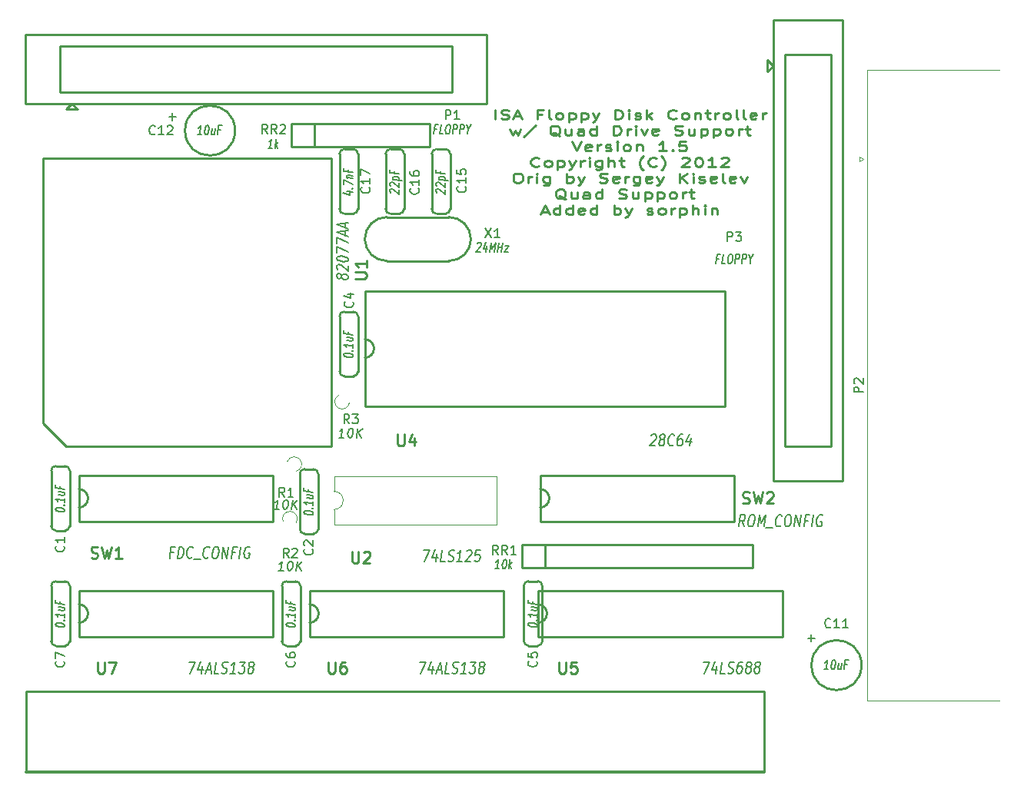
<source format=gto>
%TF.GenerationSoftware,KiCad,Pcbnew,(5.1.6-0)*%
%TF.CreationDate,2020-08-03T14:04:14-05:00*%
%TF.ProjectId,isa_fdc.kicad_DB37-v3.1_pcb,6973615f-6664-4632-9e6b-696361645f44,rev?*%
%TF.SameCoordinates,Original*%
%TF.FileFunction,Legend,Top*%
%TF.FilePolarity,Positive*%
%FSLAX46Y46*%
G04 Gerber Fmt 4.6, Leading zero omitted, Abs format (unit mm)*
G04 Created by KiCad (PCBNEW (5.1.6-0)) date 2020-08-03 14:04:14*
%MOMM*%
%LPD*%
G01*
G04 APERTURE LIST*
%ADD10C,0.250000*%
%ADD11C,0.120000*%
%ADD12C,0.254000*%
%ADD13C,0.304800*%
%ADD14C,0.150000*%
%ADD15C,0.203200*%
%ADD16C,0.152400*%
G04 APERTURE END LIST*
D10*
X153289142Y-61062380D02*
X153289142Y-60062380D01*
X153942285Y-61014761D02*
X154160000Y-61062380D01*
X154522857Y-61062380D01*
X154668000Y-61014761D01*
X154740571Y-60967142D01*
X154813142Y-60871904D01*
X154813142Y-60776666D01*
X154740571Y-60681428D01*
X154668000Y-60633809D01*
X154522857Y-60586190D01*
X154232571Y-60538571D01*
X154087428Y-60490952D01*
X154014857Y-60443333D01*
X153942285Y-60348095D01*
X153942285Y-60252857D01*
X154014857Y-60157619D01*
X154087428Y-60110000D01*
X154232571Y-60062380D01*
X154595428Y-60062380D01*
X154813142Y-60110000D01*
X155393714Y-60776666D02*
X156119428Y-60776666D01*
X155248571Y-61062380D02*
X155756571Y-60062380D01*
X156264571Y-61062380D01*
X158441714Y-60538571D02*
X157933714Y-60538571D01*
X157933714Y-61062380D02*
X157933714Y-60062380D01*
X158659428Y-60062380D01*
X159457714Y-61062380D02*
X159312571Y-61014761D01*
X159240000Y-60919523D01*
X159240000Y-60062380D01*
X160256000Y-61062380D02*
X160110857Y-61014761D01*
X160038285Y-60967142D01*
X159965714Y-60871904D01*
X159965714Y-60586190D01*
X160038285Y-60490952D01*
X160110857Y-60443333D01*
X160256000Y-60395714D01*
X160473714Y-60395714D01*
X160618857Y-60443333D01*
X160691428Y-60490952D01*
X160764000Y-60586190D01*
X160764000Y-60871904D01*
X160691428Y-60967142D01*
X160618857Y-61014761D01*
X160473714Y-61062380D01*
X160256000Y-61062380D01*
X161417142Y-60395714D02*
X161417142Y-61395714D01*
X161417142Y-60443333D02*
X161562285Y-60395714D01*
X161852571Y-60395714D01*
X161997714Y-60443333D01*
X162070285Y-60490952D01*
X162142857Y-60586190D01*
X162142857Y-60871904D01*
X162070285Y-60967142D01*
X161997714Y-61014761D01*
X161852571Y-61062380D01*
X161562285Y-61062380D01*
X161417142Y-61014761D01*
X162796000Y-60395714D02*
X162796000Y-61395714D01*
X162796000Y-60443333D02*
X162941142Y-60395714D01*
X163231428Y-60395714D01*
X163376571Y-60443333D01*
X163449142Y-60490952D01*
X163521714Y-60586190D01*
X163521714Y-60871904D01*
X163449142Y-60967142D01*
X163376571Y-61014761D01*
X163231428Y-61062380D01*
X162941142Y-61062380D01*
X162796000Y-61014761D01*
X164029714Y-60395714D02*
X164392571Y-61062380D01*
X164755428Y-60395714D02*
X164392571Y-61062380D01*
X164247428Y-61300476D01*
X164174857Y-61348095D01*
X164029714Y-61395714D01*
X166497142Y-61062380D02*
X166497142Y-60062380D01*
X166860000Y-60062380D01*
X167077714Y-60110000D01*
X167222857Y-60205238D01*
X167295428Y-60300476D01*
X167368000Y-60490952D01*
X167368000Y-60633809D01*
X167295428Y-60824285D01*
X167222857Y-60919523D01*
X167077714Y-61014761D01*
X166860000Y-61062380D01*
X166497142Y-61062380D01*
X168021142Y-61062380D02*
X168021142Y-60395714D01*
X168021142Y-60062380D02*
X167948571Y-60110000D01*
X168021142Y-60157619D01*
X168093714Y-60110000D01*
X168021142Y-60062380D01*
X168021142Y-60157619D01*
X168674285Y-61014761D02*
X168819428Y-61062380D01*
X169109714Y-61062380D01*
X169254857Y-61014761D01*
X169327428Y-60919523D01*
X169327428Y-60871904D01*
X169254857Y-60776666D01*
X169109714Y-60729047D01*
X168892000Y-60729047D01*
X168746857Y-60681428D01*
X168674285Y-60586190D01*
X168674285Y-60538571D01*
X168746857Y-60443333D01*
X168892000Y-60395714D01*
X169109714Y-60395714D01*
X169254857Y-60443333D01*
X169980571Y-61062380D02*
X169980571Y-60062380D01*
X170125714Y-60681428D02*
X170561142Y-61062380D01*
X170561142Y-60395714D02*
X169980571Y-60776666D01*
X173246285Y-60967142D02*
X173173714Y-61014761D01*
X172956000Y-61062380D01*
X172810857Y-61062380D01*
X172593142Y-61014761D01*
X172448000Y-60919523D01*
X172375428Y-60824285D01*
X172302857Y-60633809D01*
X172302857Y-60490952D01*
X172375428Y-60300476D01*
X172448000Y-60205238D01*
X172593142Y-60110000D01*
X172810857Y-60062380D01*
X172956000Y-60062380D01*
X173173714Y-60110000D01*
X173246285Y-60157619D01*
X174117142Y-61062380D02*
X173972000Y-61014761D01*
X173899428Y-60967142D01*
X173826857Y-60871904D01*
X173826857Y-60586190D01*
X173899428Y-60490952D01*
X173972000Y-60443333D01*
X174117142Y-60395714D01*
X174334857Y-60395714D01*
X174480000Y-60443333D01*
X174552571Y-60490952D01*
X174625142Y-60586190D01*
X174625142Y-60871904D01*
X174552571Y-60967142D01*
X174480000Y-61014761D01*
X174334857Y-61062380D01*
X174117142Y-61062380D01*
X175278285Y-60395714D02*
X175278285Y-61062380D01*
X175278285Y-60490952D02*
X175350857Y-60443333D01*
X175496000Y-60395714D01*
X175713714Y-60395714D01*
X175858857Y-60443333D01*
X175931428Y-60538571D01*
X175931428Y-61062380D01*
X176439428Y-60395714D02*
X177020000Y-60395714D01*
X176657142Y-60062380D02*
X176657142Y-60919523D01*
X176729714Y-61014761D01*
X176874857Y-61062380D01*
X177020000Y-61062380D01*
X177528000Y-61062380D02*
X177528000Y-60395714D01*
X177528000Y-60586190D02*
X177600571Y-60490952D01*
X177673142Y-60443333D01*
X177818285Y-60395714D01*
X177963428Y-60395714D01*
X178689142Y-61062380D02*
X178544000Y-61014761D01*
X178471428Y-60967142D01*
X178398857Y-60871904D01*
X178398857Y-60586190D01*
X178471428Y-60490952D01*
X178544000Y-60443333D01*
X178689142Y-60395714D01*
X178906857Y-60395714D01*
X179052000Y-60443333D01*
X179124571Y-60490952D01*
X179197142Y-60586190D01*
X179197142Y-60871904D01*
X179124571Y-60967142D01*
X179052000Y-61014761D01*
X178906857Y-61062380D01*
X178689142Y-61062380D01*
X180068000Y-61062380D02*
X179922857Y-61014761D01*
X179850285Y-60919523D01*
X179850285Y-60062380D01*
X180866285Y-61062380D02*
X180721142Y-61014761D01*
X180648571Y-60919523D01*
X180648571Y-60062380D01*
X182027428Y-61014761D02*
X181882285Y-61062380D01*
X181591999Y-61062380D01*
X181446857Y-61014761D01*
X181374285Y-60919523D01*
X181374285Y-60538571D01*
X181446857Y-60443333D01*
X181591999Y-60395714D01*
X181882285Y-60395714D01*
X182027428Y-60443333D01*
X182099999Y-60538571D01*
X182099999Y-60633809D01*
X181374285Y-60729047D01*
X182753142Y-61062380D02*
X182753142Y-60395714D01*
X182753142Y-60586190D02*
X182825714Y-60490952D01*
X182898285Y-60443333D01*
X183043428Y-60395714D01*
X183188571Y-60395714D01*
X154922000Y-62145714D02*
X155212285Y-62812380D01*
X155502571Y-62336190D01*
X155792857Y-62812380D01*
X156083142Y-62145714D01*
X157752285Y-61764761D02*
X156446000Y-63050476D01*
X160437428Y-62907619D02*
X160292285Y-62860000D01*
X160147142Y-62764761D01*
X159929428Y-62621904D01*
X159784285Y-62574285D01*
X159639142Y-62574285D01*
X159711714Y-62812380D02*
X159566571Y-62764761D01*
X159421428Y-62669523D01*
X159348857Y-62479047D01*
X159348857Y-62145714D01*
X159421428Y-61955238D01*
X159566571Y-61860000D01*
X159711714Y-61812380D01*
X160002000Y-61812380D01*
X160147142Y-61860000D01*
X160292285Y-61955238D01*
X160364857Y-62145714D01*
X160364857Y-62479047D01*
X160292285Y-62669523D01*
X160147142Y-62764761D01*
X160002000Y-62812380D01*
X159711714Y-62812380D01*
X161671142Y-62145714D02*
X161671142Y-62812380D01*
X161018000Y-62145714D02*
X161018000Y-62669523D01*
X161090571Y-62764761D01*
X161235714Y-62812380D01*
X161453428Y-62812380D01*
X161598571Y-62764761D01*
X161671142Y-62717142D01*
X163050000Y-62812380D02*
X163050000Y-62288571D01*
X162977428Y-62193333D01*
X162832285Y-62145714D01*
X162542000Y-62145714D01*
X162396857Y-62193333D01*
X163050000Y-62764761D02*
X162904857Y-62812380D01*
X162542000Y-62812380D01*
X162396857Y-62764761D01*
X162324285Y-62669523D01*
X162324285Y-62574285D01*
X162396857Y-62479047D01*
X162542000Y-62431428D01*
X162904857Y-62431428D01*
X163050000Y-62383809D01*
X164428857Y-62812380D02*
X164428857Y-61812380D01*
X164428857Y-62764761D02*
X164283714Y-62812380D01*
X163993428Y-62812380D01*
X163848285Y-62764761D01*
X163775714Y-62717142D01*
X163703142Y-62621904D01*
X163703142Y-62336190D01*
X163775714Y-62240952D01*
X163848285Y-62193333D01*
X163993428Y-62145714D01*
X164283714Y-62145714D01*
X164428857Y-62193333D01*
X166315714Y-62812380D02*
X166315714Y-61812380D01*
X166678571Y-61812380D01*
X166896285Y-61860000D01*
X167041428Y-61955238D01*
X167114000Y-62050476D01*
X167186571Y-62240952D01*
X167186571Y-62383809D01*
X167114000Y-62574285D01*
X167041428Y-62669523D01*
X166896285Y-62764761D01*
X166678571Y-62812380D01*
X166315714Y-62812380D01*
X167839714Y-62812380D02*
X167839714Y-62145714D01*
X167839714Y-62336190D02*
X167912285Y-62240952D01*
X167984857Y-62193333D01*
X168130000Y-62145714D01*
X168275142Y-62145714D01*
X168783142Y-62812380D02*
X168783142Y-62145714D01*
X168783142Y-61812380D02*
X168710571Y-61860000D01*
X168783142Y-61907619D01*
X168855714Y-61860000D01*
X168783142Y-61812380D01*
X168783142Y-61907619D01*
X169363714Y-62145714D02*
X169726571Y-62812380D01*
X170089428Y-62145714D01*
X171250571Y-62764761D02*
X171105428Y-62812380D01*
X170815142Y-62812380D01*
X170670000Y-62764761D01*
X170597428Y-62669523D01*
X170597428Y-62288571D01*
X170670000Y-62193333D01*
X170815142Y-62145714D01*
X171105428Y-62145714D01*
X171250571Y-62193333D01*
X171323142Y-62288571D01*
X171323142Y-62383809D01*
X170597428Y-62479047D01*
X173064857Y-62764761D02*
X173282571Y-62812380D01*
X173645428Y-62812380D01*
X173790571Y-62764761D01*
X173863142Y-62717142D01*
X173935714Y-62621904D01*
X173935714Y-62526666D01*
X173863142Y-62431428D01*
X173790571Y-62383809D01*
X173645428Y-62336190D01*
X173355142Y-62288571D01*
X173210000Y-62240952D01*
X173137428Y-62193333D01*
X173064857Y-62098095D01*
X173064857Y-62002857D01*
X173137428Y-61907619D01*
X173210000Y-61860000D01*
X173355142Y-61812380D01*
X173718000Y-61812380D01*
X173935714Y-61860000D01*
X175242000Y-62145714D02*
X175242000Y-62812380D01*
X174588857Y-62145714D02*
X174588857Y-62669523D01*
X174661428Y-62764761D01*
X174806571Y-62812380D01*
X175024285Y-62812380D01*
X175169428Y-62764761D01*
X175242000Y-62717142D01*
X175967714Y-62145714D02*
X175967714Y-63145714D01*
X175967714Y-62193333D02*
X176112857Y-62145714D01*
X176403142Y-62145714D01*
X176548285Y-62193333D01*
X176620857Y-62240952D01*
X176693428Y-62336190D01*
X176693428Y-62621904D01*
X176620857Y-62717142D01*
X176548285Y-62764761D01*
X176403142Y-62812380D01*
X176112857Y-62812380D01*
X175967714Y-62764761D01*
X177346571Y-62145714D02*
X177346571Y-63145714D01*
X177346571Y-62193333D02*
X177491714Y-62145714D01*
X177781999Y-62145714D01*
X177927142Y-62193333D01*
X177999714Y-62240952D01*
X178072285Y-62336190D01*
X178072285Y-62621904D01*
X177999714Y-62717142D01*
X177927142Y-62764761D01*
X177781999Y-62812380D01*
X177491714Y-62812380D01*
X177346571Y-62764761D01*
X178943142Y-62812380D02*
X178797999Y-62764761D01*
X178725428Y-62717142D01*
X178652857Y-62621904D01*
X178652857Y-62336190D01*
X178725428Y-62240952D01*
X178797999Y-62193333D01*
X178943142Y-62145714D01*
X179160857Y-62145714D01*
X179305999Y-62193333D01*
X179378571Y-62240952D01*
X179451142Y-62336190D01*
X179451142Y-62621904D01*
X179378571Y-62717142D01*
X179305999Y-62764761D01*
X179160857Y-62812380D01*
X178943142Y-62812380D01*
X180104285Y-62812380D02*
X180104285Y-62145714D01*
X180104285Y-62336190D02*
X180176857Y-62240952D01*
X180249428Y-62193333D01*
X180394571Y-62145714D01*
X180539714Y-62145714D01*
X180829999Y-62145714D02*
X181410571Y-62145714D01*
X181047714Y-61812380D02*
X181047714Y-62669523D01*
X181120285Y-62764761D01*
X181265428Y-62812380D01*
X181410571Y-62812380D01*
X161743714Y-63562380D02*
X162251714Y-64562380D01*
X162759714Y-63562380D01*
X163848285Y-64514761D02*
X163703142Y-64562380D01*
X163412857Y-64562380D01*
X163267714Y-64514761D01*
X163195142Y-64419523D01*
X163195142Y-64038571D01*
X163267714Y-63943333D01*
X163412857Y-63895714D01*
X163703142Y-63895714D01*
X163848285Y-63943333D01*
X163920857Y-64038571D01*
X163920857Y-64133809D01*
X163195142Y-64229047D01*
X164574000Y-64562380D02*
X164574000Y-63895714D01*
X164574000Y-64086190D02*
X164646571Y-63990952D01*
X164719142Y-63943333D01*
X164864285Y-63895714D01*
X165009428Y-63895714D01*
X165444857Y-64514761D02*
X165590000Y-64562380D01*
X165880285Y-64562380D01*
X166025428Y-64514761D01*
X166098000Y-64419523D01*
X166098000Y-64371904D01*
X166025428Y-64276666D01*
X165880285Y-64229047D01*
X165662571Y-64229047D01*
X165517428Y-64181428D01*
X165444857Y-64086190D01*
X165444857Y-64038571D01*
X165517428Y-63943333D01*
X165662571Y-63895714D01*
X165880285Y-63895714D01*
X166025428Y-63943333D01*
X166751142Y-64562380D02*
X166751142Y-63895714D01*
X166751142Y-63562380D02*
X166678571Y-63610000D01*
X166751142Y-63657619D01*
X166823714Y-63610000D01*
X166751142Y-63562380D01*
X166751142Y-63657619D01*
X167694571Y-64562380D02*
X167549428Y-64514761D01*
X167476857Y-64467142D01*
X167404285Y-64371904D01*
X167404285Y-64086190D01*
X167476857Y-63990952D01*
X167549428Y-63943333D01*
X167694571Y-63895714D01*
X167912285Y-63895714D01*
X168057428Y-63943333D01*
X168130000Y-63990952D01*
X168202571Y-64086190D01*
X168202571Y-64371904D01*
X168130000Y-64467142D01*
X168057428Y-64514761D01*
X167912285Y-64562380D01*
X167694571Y-64562380D01*
X168855714Y-63895714D02*
X168855714Y-64562380D01*
X168855714Y-63990952D02*
X168928285Y-63943333D01*
X169073428Y-63895714D01*
X169291142Y-63895714D01*
X169436285Y-63943333D01*
X169508857Y-64038571D01*
X169508857Y-64562380D01*
X172194000Y-64562380D02*
X171323142Y-64562380D01*
X171758571Y-64562380D02*
X171758571Y-63562380D01*
X171613428Y-63705238D01*
X171468285Y-63800476D01*
X171323142Y-63848095D01*
X172847142Y-64467142D02*
X172919714Y-64514761D01*
X172847142Y-64562380D01*
X172774571Y-64514761D01*
X172847142Y-64467142D01*
X172847142Y-64562380D01*
X174298571Y-63562380D02*
X173572857Y-63562380D01*
X173500285Y-64038571D01*
X173572857Y-63990952D01*
X173718000Y-63943333D01*
X174080857Y-63943333D01*
X174226000Y-63990952D01*
X174298571Y-64038571D01*
X174371142Y-64133809D01*
X174371142Y-64371904D01*
X174298571Y-64467142D01*
X174226000Y-64514761D01*
X174080857Y-64562380D01*
X173718000Y-64562380D01*
X173572857Y-64514761D01*
X173500285Y-64467142D01*
X158151428Y-66217142D02*
X158078857Y-66264761D01*
X157861142Y-66312380D01*
X157716000Y-66312380D01*
X157498285Y-66264761D01*
X157353142Y-66169523D01*
X157280571Y-66074285D01*
X157208000Y-65883809D01*
X157208000Y-65740952D01*
X157280571Y-65550476D01*
X157353142Y-65455238D01*
X157498285Y-65360000D01*
X157716000Y-65312380D01*
X157861142Y-65312380D01*
X158078857Y-65360000D01*
X158151428Y-65407619D01*
X159022285Y-66312380D02*
X158877142Y-66264761D01*
X158804571Y-66217142D01*
X158732000Y-66121904D01*
X158732000Y-65836190D01*
X158804571Y-65740952D01*
X158877142Y-65693333D01*
X159022285Y-65645714D01*
X159240000Y-65645714D01*
X159385142Y-65693333D01*
X159457714Y-65740952D01*
X159530285Y-65836190D01*
X159530285Y-66121904D01*
X159457714Y-66217142D01*
X159385142Y-66264761D01*
X159240000Y-66312380D01*
X159022285Y-66312380D01*
X160183428Y-65645714D02*
X160183428Y-66645714D01*
X160183428Y-65693333D02*
X160328571Y-65645714D01*
X160618857Y-65645714D01*
X160764000Y-65693333D01*
X160836571Y-65740952D01*
X160909142Y-65836190D01*
X160909142Y-66121904D01*
X160836571Y-66217142D01*
X160764000Y-66264761D01*
X160618857Y-66312380D01*
X160328571Y-66312380D01*
X160183428Y-66264761D01*
X161417142Y-65645714D02*
X161780000Y-66312380D01*
X162142857Y-65645714D02*
X161780000Y-66312380D01*
X161634857Y-66550476D01*
X161562285Y-66598095D01*
X161417142Y-66645714D01*
X162723428Y-66312380D02*
X162723428Y-65645714D01*
X162723428Y-65836190D02*
X162796000Y-65740952D01*
X162868571Y-65693333D01*
X163013714Y-65645714D01*
X163158857Y-65645714D01*
X163666857Y-66312380D02*
X163666857Y-65645714D01*
X163666857Y-65312380D02*
X163594285Y-65360000D01*
X163666857Y-65407619D01*
X163739428Y-65360000D01*
X163666857Y-65312380D01*
X163666857Y-65407619D01*
X165045714Y-65645714D02*
X165045714Y-66455238D01*
X164973142Y-66550476D01*
X164900571Y-66598095D01*
X164755428Y-66645714D01*
X164537714Y-66645714D01*
X164392571Y-66598095D01*
X165045714Y-66264761D02*
X164900571Y-66312380D01*
X164610285Y-66312380D01*
X164465142Y-66264761D01*
X164392571Y-66217142D01*
X164320000Y-66121904D01*
X164320000Y-65836190D01*
X164392571Y-65740952D01*
X164465142Y-65693333D01*
X164610285Y-65645714D01*
X164900571Y-65645714D01*
X165045714Y-65693333D01*
X165771428Y-66312380D02*
X165771428Y-65312380D01*
X166424571Y-66312380D02*
X166424571Y-65788571D01*
X166352000Y-65693333D01*
X166206857Y-65645714D01*
X165989142Y-65645714D01*
X165844000Y-65693333D01*
X165771428Y-65740952D01*
X166932571Y-65645714D02*
X167513142Y-65645714D01*
X167150285Y-65312380D02*
X167150285Y-66169523D01*
X167222857Y-66264761D01*
X167368000Y-66312380D01*
X167513142Y-66312380D01*
X169617714Y-66693333D02*
X169545142Y-66645714D01*
X169400000Y-66502857D01*
X169327428Y-66407619D01*
X169254857Y-66264761D01*
X169182285Y-66026666D01*
X169182285Y-65836190D01*
X169254857Y-65598095D01*
X169327428Y-65455238D01*
X169400000Y-65360000D01*
X169545142Y-65217142D01*
X169617714Y-65169523D01*
X171069142Y-66217142D02*
X170996571Y-66264761D01*
X170778857Y-66312380D01*
X170633714Y-66312380D01*
X170416000Y-66264761D01*
X170270857Y-66169523D01*
X170198285Y-66074285D01*
X170125714Y-65883809D01*
X170125714Y-65740952D01*
X170198285Y-65550476D01*
X170270857Y-65455238D01*
X170416000Y-65360000D01*
X170633714Y-65312380D01*
X170778857Y-65312380D01*
X170996571Y-65360000D01*
X171069142Y-65407619D01*
X171577142Y-66693333D02*
X171649714Y-66645714D01*
X171794857Y-66502857D01*
X171867428Y-66407619D01*
X171940000Y-66264761D01*
X172012571Y-66026666D01*
X172012571Y-65836190D01*
X171940000Y-65598095D01*
X171867428Y-65455238D01*
X171794857Y-65360000D01*
X171649714Y-65217142D01*
X171577142Y-65169523D01*
X173826857Y-65407619D02*
X173899428Y-65360000D01*
X174044571Y-65312380D01*
X174407428Y-65312380D01*
X174552571Y-65360000D01*
X174625142Y-65407619D01*
X174697714Y-65502857D01*
X174697714Y-65598095D01*
X174625142Y-65740952D01*
X173754285Y-66312380D01*
X174697714Y-66312380D01*
X175641142Y-65312380D02*
X175786285Y-65312380D01*
X175931428Y-65360000D01*
X176004000Y-65407619D01*
X176076571Y-65502857D01*
X176149142Y-65693333D01*
X176149142Y-65931428D01*
X176076571Y-66121904D01*
X176004000Y-66217142D01*
X175931428Y-66264761D01*
X175786285Y-66312380D01*
X175641142Y-66312380D01*
X175496000Y-66264761D01*
X175423428Y-66217142D01*
X175350857Y-66121904D01*
X175278285Y-65931428D01*
X175278285Y-65693333D01*
X175350857Y-65502857D01*
X175423428Y-65407619D01*
X175496000Y-65360000D01*
X175641142Y-65312380D01*
X177600571Y-66312380D02*
X176729714Y-66312380D01*
X177165142Y-66312380D02*
X177165142Y-65312380D01*
X177020000Y-65455238D01*
X176874857Y-65550476D01*
X176729714Y-65598095D01*
X178181142Y-65407619D02*
X178253714Y-65360000D01*
X178398857Y-65312380D01*
X178761714Y-65312380D01*
X178906857Y-65360000D01*
X178979428Y-65407619D01*
X179052000Y-65502857D01*
X179052000Y-65598095D01*
X178979428Y-65740952D01*
X178108571Y-66312380D01*
X179052000Y-66312380D01*
X155647714Y-67062380D02*
X155938000Y-67062380D01*
X156083142Y-67110000D01*
X156228285Y-67205238D01*
X156300857Y-67395714D01*
X156300857Y-67729047D01*
X156228285Y-67919523D01*
X156083142Y-68014761D01*
X155938000Y-68062380D01*
X155647714Y-68062380D01*
X155502571Y-68014761D01*
X155357428Y-67919523D01*
X155284857Y-67729047D01*
X155284857Y-67395714D01*
X155357428Y-67205238D01*
X155502571Y-67110000D01*
X155647714Y-67062380D01*
X156954000Y-68062380D02*
X156954000Y-67395714D01*
X156954000Y-67586190D02*
X157026571Y-67490952D01*
X157099142Y-67443333D01*
X157244285Y-67395714D01*
X157389428Y-67395714D01*
X157897428Y-68062380D02*
X157897428Y-67395714D01*
X157897428Y-67062380D02*
X157824857Y-67110000D01*
X157897428Y-67157619D01*
X157970000Y-67110000D01*
X157897428Y-67062380D01*
X157897428Y-67157619D01*
X159276285Y-67395714D02*
X159276285Y-68205238D01*
X159203714Y-68300476D01*
X159131142Y-68348095D01*
X158986000Y-68395714D01*
X158768285Y-68395714D01*
X158623142Y-68348095D01*
X159276285Y-68014761D02*
X159131142Y-68062380D01*
X158840857Y-68062380D01*
X158695714Y-68014761D01*
X158623142Y-67967142D01*
X158550571Y-67871904D01*
X158550571Y-67586190D01*
X158623142Y-67490952D01*
X158695714Y-67443333D01*
X158840857Y-67395714D01*
X159131142Y-67395714D01*
X159276285Y-67443333D01*
X161163142Y-68062380D02*
X161163142Y-67062380D01*
X161163142Y-67443333D02*
X161308285Y-67395714D01*
X161598571Y-67395714D01*
X161743714Y-67443333D01*
X161816285Y-67490952D01*
X161888857Y-67586190D01*
X161888857Y-67871904D01*
X161816285Y-67967142D01*
X161743714Y-68014761D01*
X161598571Y-68062380D01*
X161308285Y-68062380D01*
X161163142Y-68014761D01*
X162396857Y-67395714D02*
X162759714Y-68062380D01*
X163122571Y-67395714D02*
X162759714Y-68062380D01*
X162614571Y-68300476D01*
X162542000Y-68348095D01*
X162396857Y-68395714D01*
X164791714Y-68014761D02*
X165009428Y-68062380D01*
X165372285Y-68062380D01*
X165517428Y-68014761D01*
X165590000Y-67967142D01*
X165662571Y-67871904D01*
X165662571Y-67776666D01*
X165590000Y-67681428D01*
X165517428Y-67633809D01*
X165372285Y-67586190D01*
X165082000Y-67538571D01*
X164936857Y-67490952D01*
X164864285Y-67443333D01*
X164791714Y-67348095D01*
X164791714Y-67252857D01*
X164864285Y-67157619D01*
X164936857Y-67110000D01*
X165082000Y-67062380D01*
X165444857Y-67062380D01*
X165662571Y-67110000D01*
X166896285Y-68014761D02*
X166751142Y-68062380D01*
X166460857Y-68062380D01*
X166315714Y-68014761D01*
X166243142Y-67919523D01*
X166243142Y-67538571D01*
X166315714Y-67443333D01*
X166460857Y-67395714D01*
X166751142Y-67395714D01*
X166896285Y-67443333D01*
X166968857Y-67538571D01*
X166968857Y-67633809D01*
X166243142Y-67729047D01*
X167622000Y-68062380D02*
X167622000Y-67395714D01*
X167622000Y-67586190D02*
X167694571Y-67490952D01*
X167767142Y-67443333D01*
X167912285Y-67395714D01*
X168057428Y-67395714D01*
X169218571Y-67395714D02*
X169218571Y-68205238D01*
X169146000Y-68300476D01*
X169073428Y-68348095D01*
X168928285Y-68395714D01*
X168710571Y-68395714D01*
X168565428Y-68348095D01*
X169218571Y-68014761D02*
X169073428Y-68062380D01*
X168783142Y-68062380D01*
X168638000Y-68014761D01*
X168565428Y-67967142D01*
X168492857Y-67871904D01*
X168492857Y-67586190D01*
X168565428Y-67490952D01*
X168638000Y-67443333D01*
X168783142Y-67395714D01*
X169073428Y-67395714D01*
X169218571Y-67443333D01*
X170524857Y-68014761D02*
X170379714Y-68062380D01*
X170089428Y-68062380D01*
X169944285Y-68014761D01*
X169871714Y-67919523D01*
X169871714Y-67538571D01*
X169944285Y-67443333D01*
X170089428Y-67395714D01*
X170379714Y-67395714D01*
X170524857Y-67443333D01*
X170597428Y-67538571D01*
X170597428Y-67633809D01*
X169871714Y-67729047D01*
X171105428Y-67395714D02*
X171468285Y-68062380D01*
X171831142Y-67395714D02*
X171468285Y-68062380D01*
X171323142Y-68300476D01*
X171250571Y-68348095D01*
X171105428Y-68395714D01*
X173572857Y-68062380D02*
X173572857Y-67062380D01*
X174443714Y-68062380D02*
X173790571Y-67490952D01*
X174443714Y-67062380D02*
X173572857Y-67633809D01*
X175096857Y-68062380D02*
X175096857Y-67395714D01*
X175096857Y-67062380D02*
X175024285Y-67110000D01*
X175096857Y-67157619D01*
X175169428Y-67110000D01*
X175096857Y-67062380D01*
X175096857Y-67157619D01*
X175750000Y-68014761D02*
X175895142Y-68062380D01*
X176185428Y-68062380D01*
X176330571Y-68014761D01*
X176403142Y-67919523D01*
X176403142Y-67871904D01*
X176330571Y-67776666D01*
X176185428Y-67729047D01*
X175967714Y-67729047D01*
X175822571Y-67681428D01*
X175750000Y-67586190D01*
X175750000Y-67538571D01*
X175822571Y-67443333D01*
X175967714Y-67395714D01*
X176185428Y-67395714D01*
X176330571Y-67443333D01*
X177636857Y-68014761D02*
X177491714Y-68062380D01*
X177201428Y-68062380D01*
X177056285Y-68014761D01*
X176983714Y-67919523D01*
X176983714Y-67538571D01*
X177056285Y-67443333D01*
X177201428Y-67395714D01*
X177491714Y-67395714D01*
X177636857Y-67443333D01*
X177709428Y-67538571D01*
X177709428Y-67633809D01*
X176983714Y-67729047D01*
X178580285Y-68062380D02*
X178435142Y-68014761D01*
X178362571Y-67919523D01*
X178362571Y-67062380D01*
X179741428Y-68014761D02*
X179596285Y-68062380D01*
X179306000Y-68062380D01*
X179160857Y-68014761D01*
X179088285Y-67919523D01*
X179088285Y-67538571D01*
X179160857Y-67443333D01*
X179306000Y-67395714D01*
X179596285Y-67395714D01*
X179741428Y-67443333D01*
X179814000Y-67538571D01*
X179814000Y-67633809D01*
X179088285Y-67729047D01*
X180322000Y-67395714D02*
X180684857Y-68062380D01*
X181047714Y-67395714D01*
X161090571Y-69907619D02*
X160945428Y-69860000D01*
X160800285Y-69764761D01*
X160582571Y-69621904D01*
X160437428Y-69574285D01*
X160292285Y-69574285D01*
X160364857Y-69812380D02*
X160219714Y-69764761D01*
X160074571Y-69669523D01*
X160002000Y-69479047D01*
X160002000Y-69145714D01*
X160074571Y-68955238D01*
X160219714Y-68860000D01*
X160364857Y-68812380D01*
X160655142Y-68812380D01*
X160800285Y-68860000D01*
X160945428Y-68955238D01*
X161018000Y-69145714D01*
X161018000Y-69479047D01*
X160945428Y-69669523D01*
X160800285Y-69764761D01*
X160655142Y-69812380D01*
X160364857Y-69812380D01*
X162324285Y-69145714D02*
X162324285Y-69812380D01*
X161671142Y-69145714D02*
X161671142Y-69669523D01*
X161743714Y-69764761D01*
X161888857Y-69812380D01*
X162106571Y-69812380D01*
X162251714Y-69764761D01*
X162324285Y-69717142D01*
X163703142Y-69812380D02*
X163703142Y-69288571D01*
X163630571Y-69193333D01*
X163485428Y-69145714D01*
X163195142Y-69145714D01*
X163050000Y-69193333D01*
X163703142Y-69764761D02*
X163558000Y-69812380D01*
X163195142Y-69812380D01*
X163050000Y-69764761D01*
X162977428Y-69669523D01*
X162977428Y-69574285D01*
X163050000Y-69479047D01*
X163195142Y-69431428D01*
X163558000Y-69431428D01*
X163703142Y-69383809D01*
X165082000Y-69812380D02*
X165082000Y-68812380D01*
X165082000Y-69764761D02*
X164936857Y-69812380D01*
X164646571Y-69812380D01*
X164501428Y-69764761D01*
X164428857Y-69717142D01*
X164356285Y-69621904D01*
X164356285Y-69336190D01*
X164428857Y-69240952D01*
X164501428Y-69193333D01*
X164646571Y-69145714D01*
X164936857Y-69145714D01*
X165082000Y-69193333D01*
X166896285Y-69764761D02*
X167114000Y-69812380D01*
X167476857Y-69812380D01*
X167622000Y-69764761D01*
X167694571Y-69717142D01*
X167767142Y-69621904D01*
X167767142Y-69526666D01*
X167694571Y-69431428D01*
X167622000Y-69383809D01*
X167476857Y-69336190D01*
X167186571Y-69288571D01*
X167041428Y-69240952D01*
X166968857Y-69193333D01*
X166896285Y-69098095D01*
X166896285Y-69002857D01*
X166968857Y-68907619D01*
X167041428Y-68860000D01*
X167186571Y-68812380D01*
X167549428Y-68812380D01*
X167767142Y-68860000D01*
X169073428Y-69145714D02*
X169073428Y-69812380D01*
X168420285Y-69145714D02*
X168420285Y-69669523D01*
X168492857Y-69764761D01*
X168638000Y-69812380D01*
X168855714Y-69812380D01*
X169000857Y-69764761D01*
X169073428Y-69717142D01*
X169799142Y-69145714D02*
X169799142Y-70145714D01*
X169799142Y-69193333D02*
X169944285Y-69145714D01*
X170234571Y-69145714D01*
X170379714Y-69193333D01*
X170452285Y-69240952D01*
X170524857Y-69336190D01*
X170524857Y-69621904D01*
X170452285Y-69717142D01*
X170379714Y-69764761D01*
X170234571Y-69812380D01*
X169944285Y-69812380D01*
X169799142Y-69764761D01*
X171178000Y-69145714D02*
X171178000Y-70145714D01*
X171178000Y-69193333D02*
X171323142Y-69145714D01*
X171613428Y-69145714D01*
X171758571Y-69193333D01*
X171831142Y-69240952D01*
X171903714Y-69336190D01*
X171903714Y-69621904D01*
X171831142Y-69717142D01*
X171758571Y-69764761D01*
X171613428Y-69812380D01*
X171323142Y-69812380D01*
X171178000Y-69764761D01*
X172774571Y-69812380D02*
X172629428Y-69764761D01*
X172556857Y-69717142D01*
X172484285Y-69621904D01*
X172484285Y-69336190D01*
X172556857Y-69240952D01*
X172629428Y-69193333D01*
X172774571Y-69145714D01*
X172992285Y-69145714D01*
X173137428Y-69193333D01*
X173210000Y-69240952D01*
X173282571Y-69336190D01*
X173282571Y-69621904D01*
X173210000Y-69717142D01*
X173137428Y-69764761D01*
X172992285Y-69812380D01*
X172774571Y-69812380D01*
X173935714Y-69812380D02*
X173935714Y-69145714D01*
X173935714Y-69336190D02*
X174008285Y-69240952D01*
X174080857Y-69193333D01*
X174226000Y-69145714D01*
X174371142Y-69145714D01*
X174661428Y-69145714D02*
X175242000Y-69145714D01*
X174879142Y-68812380D02*
X174879142Y-69669523D01*
X174951714Y-69764761D01*
X175096857Y-69812380D01*
X175242000Y-69812380D01*
X158405428Y-71276666D02*
X159131142Y-71276666D01*
X158260285Y-71562380D02*
X158768285Y-70562380D01*
X159276285Y-71562380D01*
X160437428Y-71562380D02*
X160437428Y-70562380D01*
X160437428Y-71514761D02*
X160292285Y-71562380D01*
X160002000Y-71562380D01*
X159856857Y-71514761D01*
X159784285Y-71467142D01*
X159711714Y-71371904D01*
X159711714Y-71086190D01*
X159784285Y-70990952D01*
X159856857Y-70943333D01*
X160002000Y-70895714D01*
X160292285Y-70895714D01*
X160437428Y-70943333D01*
X161816285Y-71562380D02*
X161816285Y-70562380D01*
X161816285Y-71514761D02*
X161671142Y-71562380D01*
X161380857Y-71562380D01*
X161235714Y-71514761D01*
X161163142Y-71467142D01*
X161090571Y-71371904D01*
X161090571Y-71086190D01*
X161163142Y-70990952D01*
X161235714Y-70943333D01*
X161380857Y-70895714D01*
X161671142Y-70895714D01*
X161816285Y-70943333D01*
X163122571Y-71514761D02*
X162977428Y-71562380D01*
X162687142Y-71562380D01*
X162542000Y-71514761D01*
X162469428Y-71419523D01*
X162469428Y-71038571D01*
X162542000Y-70943333D01*
X162687142Y-70895714D01*
X162977428Y-70895714D01*
X163122571Y-70943333D01*
X163195142Y-71038571D01*
X163195142Y-71133809D01*
X162469428Y-71229047D01*
X164501428Y-71562380D02*
X164501428Y-70562380D01*
X164501428Y-71514761D02*
X164356285Y-71562380D01*
X164066000Y-71562380D01*
X163920857Y-71514761D01*
X163848285Y-71467142D01*
X163775714Y-71371904D01*
X163775714Y-71086190D01*
X163848285Y-70990952D01*
X163920857Y-70943333D01*
X164066000Y-70895714D01*
X164356285Y-70895714D01*
X164501428Y-70943333D01*
X166388285Y-71562380D02*
X166388285Y-70562380D01*
X166388285Y-70943333D02*
X166533428Y-70895714D01*
X166823714Y-70895714D01*
X166968857Y-70943333D01*
X167041428Y-70990952D01*
X167114000Y-71086190D01*
X167114000Y-71371904D01*
X167041428Y-71467142D01*
X166968857Y-71514761D01*
X166823714Y-71562380D01*
X166533428Y-71562380D01*
X166388285Y-71514761D01*
X167622000Y-70895714D02*
X167984857Y-71562380D01*
X168347714Y-70895714D02*
X167984857Y-71562380D01*
X167839714Y-71800476D01*
X167767142Y-71848095D01*
X167622000Y-71895714D01*
X170016857Y-71514761D02*
X170162000Y-71562380D01*
X170452285Y-71562380D01*
X170597428Y-71514761D01*
X170670000Y-71419523D01*
X170670000Y-71371904D01*
X170597428Y-71276666D01*
X170452285Y-71229047D01*
X170234571Y-71229047D01*
X170089428Y-71181428D01*
X170016857Y-71086190D01*
X170016857Y-71038571D01*
X170089428Y-70943333D01*
X170234571Y-70895714D01*
X170452285Y-70895714D01*
X170597428Y-70943333D01*
X171540857Y-71562380D02*
X171395714Y-71514761D01*
X171323142Y-71467142D01*
X171250571Y-71371904D01*
X171250571Y-71086190D01*
X171323142Y-70990952D01*
X171395714Y-70943333D01*
X171540857Y-70895714D01*
X171758571Y-70895714D01*
X171903714Y-70943333D01*
X171976285Y-70990952D01*
X172048857Y-71086190D01*
X172048857Y-71371904D01*
X171976285Y-71467142D01*
X171903714Y-71514761D01*
X171758571Y-71562380D01*
X171540857Y-71562380D01*
X172702000Y-71562380D02*
X172702000Y-70895714D01*
X172702000Y-71086190D02*
X172774571Y-70990952D01*
X172847142Y-70943333D01*
X172992285Y-70895714D01*
X173137428Y-70895714D01*
X173645428Y-70895714D02*
X173645428Y-71895714D01*
X173645428Y-70943333D02*
X173790571Y-70895714D01*
X174080857Y-70895714D01*
X174226000Y-70943333D01*
X174298571Y-70990952D01*
X174371142Y-71086190D01*
X174371142Y-71371904D01*
X174298571Y-71467142D01*
X174226000Y-71514761D01*
X174080857Y-71562380D01*
X173790571Y-71562380D01*
X173645428Y-71514761D01*
X175024285Y-71562380D02*
X175024285Y-70562380D01*
X175677428Y-71562380D02*
X175677428Y-71038571D01*
X175604857Y-70943333D01*
X175459714Y-70895714D01*
X175242000Y-70895714D01*
X175096857Y-70943333D01*
X175024285Y-70990952D01*
X176403142Y-71562380D02*
X176403142Y-70895714D01*
X176403142Y-70562380D02*
X176330571Y-70610000D01*
X176403142Y-70657619D01*
X176475714Y-70610000D01*
X176403142Y-70562380D01*
X176403142Y-70657619D01*
X177128857Y-70895714D02*
X177128857Y-71562380D01*
X177128857Y-70990952D02*
X177201428Y-70943333D01*
X177346571Y-70895714D01*
X177564285Y-70895714D01*
X177709428Y-70943333D01*
X177782000Y-71038571D01*
X177782000Y-71562380D01*
D11*
%TO.C,R3*%
X137249012Y-92317469D02*
G75*
G02*
X136042349Y-91508752I-809012J97469D01*
G01*
%TO.C,P2*%
X193828675Y-65490000D02*
X193395662Y-65740000D01*
X193395662Y-65240000D02*
X193828675Y-65490000D01*
X193395662Y-65740000D02*
X193395662Y-65240000D01*
X194290000Y-55660000D02*
X208830000Y-55660000D01*
X194290000Y-125180000D02*
X194290000Y-55660000D01*
X208830000Y-125180000D02*
X194290000Y-125180000D01*
D12*
%TO.C,P3*%
X190280000Y-97140000D02*
X185200000Y-97140000D01*
X185200000Y-53960000D02*
X190280000Y-53960000D01*
X190280000Y-97140000D02*
X190280000Y-53960000D01*
X185200000Y-53960000D02*
X185200000Y-97140000D01*
X183930000Y-50150000D02*
X191550000Y-50150000D01*
X183930000Y-100950000D02*
X183930000Y-50150000D01*
X191550000Y-100950000D02*
X183930000Y-100950000D01*
X191550000Y-50150000D02*
X191550000Y-100950000D01*
X183295000Y-55865000D02*
X183295000Y-54595000D01*
X183930000Y-55230000D02*
X183295000Y-55865000D01*
X183295000Y-54595000D02*
X183930000Y-55230000D01*
D11*
%TO.C,R2*%
X129940641Y-105440095D02*
G75*
G02*
X131390000Y-105537133I749359J320095D01*
G01*
%TO.C,R1*%
X130413782Y-98806464D02*
G75*
G02*
X131370017Y-99899932I756218J-303536D01*
G01*
%TO.C,U2*%
X135550000Y-100450000D02*
X135550000Y-102100000D01*
X153450000Y-100450000D02*
X135550000Y-100450000D01*
X153450000Y-105750000D02*
X153450000Y-100450000D01*
X135550000Y-105750000D02*
X153450000Y-105750000D01*
X135550000Y-104100000D02*
X135550000Y-105750000D01*
X135550000Y-102100000D02*
G75*
G02*
X135550000Y-104100000I0J-1000000D01*
G01*
D12*
%TO.C,C2*%
X132282000Y-99664000D02*
X133298000Y-99664000D01*
X133806000Y-100172000D02*
X133806000Y-106268000D01*
X131774000Y-100172000D02*
X131774000Y-106268000D01*
X132282000Y-106776000D02*
X133298000Y-106776000D01*
X131774000Y-106268000D02*
G75*
G03*
X132282000Y-106776000I508000J0D01*
G01*
X133298000Y-106776000D02*
G75*
G03*
X133806000Y-106268000I0J508000D01*
G01*
X132282000Y-99664000D02*
G75*
G03*
X131774000Y-100172000I0J-508000D01*
G01*
X133806000Y-100172000D02*
G75*
G03*
X133298000Y-99664000I-508000J0D01*
G01*
%TO.C,SW1*%
X107442000Y-105410000D02*
X107442000Y-100330000D01*
X128778000Y-105410000D02*
X107442000Y-105410000D01*
X128778000Y-100330000D02*
X128778000Y-105410000D01*
X107442000Y-100330000D02*
X128778000Y-100330000D01*
X107442000Y-103886000D02*
G75*
G03*
X108458000Y-102870000I0J1016000D01*
G01*
X108458000Y-102870000D02*
G75*
G03*
X107442000Y-101854000I-1016000J0D01*
G01*
%TO.C,BUS1*%
X182880000Y-124120000D02*
X182880000Y-133010000D01*
D13*
X182880000Y-133010000D02*
X101600000Y-133010000D01*
D12*
X182880000Y-124120000D02*
X101600000Y-124120000D01*
X101600000Y-133010000D02*
X101600000Y-124120000D01*
%TO.C,C11*%
X193640820Y-121260000D02*
G75*
G03*
X193640820Y-121260000I-2750820J0D01*
G01*
%TO.C,C12*%
X124640820Y-62340000D02*
G75*
G03*
X124640820Y-62340000I-2750820J0D01*
G01*
%TO.C,U5*%
X157988000Y-118110000D02*
X157988000Y-113030000D01*
X184912000Y-118110000D02*
X157988000Y-118110000D01*
X184912000Y-113030000D02*
X184912000Y-118110000D01*
X157988000Y-113030000D02*
X184912000Y-113030000D01*
X157988000Y-116586000D02*
G75*
G03*
X159004000Y-115570000I0J1016000D01*
G01*
X159004000Y-115570000D02*
G75*
G03*
X157988000Y-114554000I-1016000J0D01*
G01*
%TO.C,U7*%
X107442000Y-118110000D02*
X107442000Y-113030000D01*
X128778000Y-118110000D02*
X107442000Y-118110000D01*
X128778000Y-113030000D02*
X128778000Y-118110000D01*
X107442000Y-113030000D02*
X128778000Y-113030000D01*
X107442000Y-116586000D02*
G75*
G03*
X108458000Y-115570000I0J1016000D01*
G01*
X108458000Y-115570000D02*
G75*
G03*
X107442000Y-114554000I-1016000J0D01*
G01*
%TO.C,U6*%
X132842000Y-118110000D02*
X132842000Y-113030000D01*
X154178000Y-118110000D02*
X132842000Y-118110000D01*
X154178000Y-113030000D02*
X154178000Y-118110000D01*
X132842000Y-113030000D02*
X154178000Y-113030000D01*
X132842000Y-116586000D02*
G75*
G03*
X133858000Y-115570000I0J1016000D01*
G01*
X133858000Y-115570000D02*
G75*
G03*
X132842000Y-114554000I-1016000J0D01*
G01*
%TO.C,SW2*%
X158242000Y-105410000D02*
X158242000Y-100330000D01*
X179578000Y-105410000D02*
X158242000Y-105410000D01*
X179578000Y-100330000D02*
X179578000Y-105410000D01*
X158242000Y-100330000D02*
X179578000Y-100330000D01*
X158242000Y-103886000D02*
G75*
G03*
X159258000Y-102870000I0J1016000D01*
G01*
X159258000Y-102870000D02*
G75*
G03*
X158242000Y-101854000I-1016000J0D01*
G01*
%TO.C,C1*%
X104902000Y-99314000D02*
X105918000Y-99314000D01*
X106426000Y-99822000D02*
X106426000Y-105918000D01*
X104394000Y-99822000D02*
X104394000Y-105918000D01*
X104902000Y-106426000D02*
X105918000Y-106426000D01*
X104394000Y-105918000D02*
G75*
G03*
X104902000Y-106426000I508000J0D01*
G01*
X105918000Y-106426000D02*
G75*
G03*
X106426000Y-105918000I0J508000D01*
G01*
X104902000Y-99314000D02*
G75*
G03*
X104394000Y-99822000I0J-508000D01*
G01*
X106426000Y-99822000D02*
G75*
G03*
X105918000Y-99314000I-508000J0D01*
G01*
%TO.C,C7*%
X104902000Y-112014000D02*
X105918000Y-112014000D01*
X106426000Y-112522000D02*
X106426000Y-118618000D01*
X104394000Y-112522000D02*
X104394000Y-118618000D01*
X104902000Y-119126000D02*
X105918000Y-119126000D01*
X104394000Y-118618000D02*
G75*
G03*
X104902000Y-119126000I508000J0D01*
G01*
X105918000Y-119126000D02*
G75*
G03*
X106426000Y-118618000I0J508000D01*
G01*
X104902000Y-112014000D02*
G75*
G03*
X104394000Y-112522000I0J-508000D01*
G01*
X106426000Y-112522000D02*
G75*
G03*
X105918000Y-112014000I-508000J0D01*
G01*
%TO.C,C6*%
X130302000Y-112014000D02*
X131318000Y-112014000D01*
X131826000Y-112522000D02*
X131826000Y-118618000D01*
X129794000Y-112522000D02*
X129794000Y-118618000D01*
X130302000Y-119126000D02*
X131318000Y-119126000D01*
X129794000Y-118618000D02*
G75*
G03*
X130302000Y-119126000I508000J0D01*
G01*
X131318000Y-119126000D02*
G75*
G03*
X131826000Y-118618000I0J508000D01*
G01*
X130302000Y-112014000D02*
G75*
G03*
X129794000Y-112522000I0J-508000D01*
G01*
X131826000Y-112522000D02*
G75*
G03*
X131318000Y-112014000I-508000J0D01*
G01*
%TO.C,C5*%
X156962000Y-112004000D02*
X157978000Y-112004000D01*
X158486000Y-112512000D02*
X158486000Y-118608000D01*
X156454000Y-112512000D02*
X156454000Y-118608000D01*
X156962000Y-119116000D02*
X157978000Y-119116000D01*
X156454000Y-118608000D02*
G75*
G03*
X156962000Y-119116000I508000J0D01*
G01*
X157978000Y-119116000D02*
G75*
G03*
X158486000Y-118608000I0J508000D01*
G01*
X156962000Y-112004000D02*
G75*
G03*
X156454000Y-112512000I0J-508000D01*
G01*
X158486000Y-112512000D02*
G75*
G03*
X157978000Y-112004000I-508000J0D01*
G01*
%TO.C,C4*%
X136662000Y-82294000D02*
X137678000Y-82294000D01*
X138186000Y-82802000D02*
X138186000Y-88898000D01*
X136154000Y-82802000D02*
X136154000Y-88898000D01*
X136662000Y-89406000D02*
X137678000Y-89406000D01*
X136154000Y-88898000D02*
G75*
G03*
X136662000Y-89406000I508000J0D01*
G01*
X137678000Y-89406000D02*
G75*
G03*
X138186000Y-88898000I0J508000D01*
G01*
X136662000Y-82294000D02*
G75*
G03*
X136154000Y-82802000I0J-508000D01*
G01*
X138186000Y-82802000D02*
G75*
G03*
X137678000Y-82294000I-508000J0D01*
G01*
%TO.C,C16*%
X142748000Y-71501000D02*
X141732000Y-71501000D01*
X141224000Y-70993000D02*
X141224000Y-64897000D01*
X143256000Y-70993000D02*
X143256000Y-64897000D01*
X142748000Y-64389000D02*
X141732000Y-64389000D01*
X143256000Y-64897000D02*
G75*
G03*
X142748000Y-64389000I-508000J0D01*
G01*
X141732000Y-64389000D02*
G75*
G03*
X141224000Y-64897000I0J-508000D01*
G01*
X142748000Y-71501000D02*
G75*
G03*
X143256000Y-70993000I0J508000D01*
G01*
X141224000Y-70993000D02*
G75*
G03*
X141732000Y-71501000I508000J0D01*
G01*
%TO.C,C15*%
X147828000Y-71501000D02*
X146812000Y-71501000D01*
X146304000Y-70993000D02*
X146304000Y-64897000D01*
X148336000Y-70993000D02*
X148336000Y-64897000D01*
X147828000Y-64389000D02*
X146812000Y-64389000D01*
X148336000Y-64897000D02*
G75*
G03*
X147828000Y-64389000I-508000J0D01*
G01*
X146812000Y-64389000D02*
G75*
G03*
X146304000Y-64897000I0J-508000D01*
G01*
X147828000Y-71501000D02*
G75*
G03*
X148336000Y-70993000I0J508000D01*
G01*
X146304000Y-70993000D02*
G75*
G03*
X146812000Y-71501000I508000J0D01*
G01*
%TO.C,U4*%
X138938000Y-92710000D02*
X138938000Y-80010000D01*
X178562000Y-92710000D02*
X138938000Y-92710000D01*
X178562000Y-80010000D02*
X178562000Y-92710000D01*
X138938000Y-80010000D02*
X178562000Y-80010000D01*
X138938000Y-87376000D02*
G75*
G03*
X139954000Y-86360000I0J1016000D01*
G01*
X139954000Y-86360000D02*
G75*
G03*
X138938000Y-85344000I-1016000J0D01*
G01*
%TO.C,C17*%
X136652000Y-64389000D02*
X137668000Y-64389000D01*
X138176000Y-64897000D02*
X138176000Y-70993000D01*
X136144000Y-64897000D02*
X136144000Y-70993000D01*
X136652000Y-71501000D02*
X137668000Y-71501000D01*
X136144000Y-70993000D02*
G75*
G03*
X136652000Y-71501000I508000J0D01*
G01*
X137668000Y-71501000D02*
G75*
G03*
X138176000Y-70993000I0J508000D01*
G01*
X136652000Y-64389000D02*
G75*
G03*
X136144000Y-64897000I0J-508000D01*
G01*
X138176000Y-64897000D02*
G75*
G03*
X137668000Y-64389000I-508000J0D01*
G01*
%TO.C,U1*%
X135255000Y-65405000D02*
X135255000Y-97155000D01*
X103505000Y-65405000D02*
X135255000Y-65405000D01*
X106045000Y-97155000D02*
X103505000Y-94615000D01*
X103505000Y-94615000D02*
X103505000Y-65405000D01*
X106045000Y-97155000D02*
X135255000Y-97155000D01*
%TO.C,P1*%
X148580000Y-53030000D02*
X148580000Y-58110000D01*
X105400000Y-58110000D02*
X105400000Y-53030000D01*
X148580000Y-53030000D02*
X105400000Y-53030000D01*
X105400000Y-58110000D02*
X148580000Y-58110000D01*
X101590000Y-59380000D02*
X101590000Y-51760000D01*
X152390000Y-59380000D02*
X101590000Y-59380000D01*
X152390000Y-51760000D02*
X152390000Y-59380000D01*
X101590000Y-51760000D02*
X152390000Y-51760000D01*
X107305000Y-60015000D02*
X106035000Y-60015000D01*
X106670000Y-59380000D02*
X107305000Y-60015000D01*
X106035000Y-60015000D02*
X106670000Y-59380000D01*
%TO.C,RR1*%
X158750000Y-110490000D02*
X158750000Y-107950000D01*
X181610000Y-110490000D02*
X156210000Y-110490000D01*
X181610000Y-107950000D02*
X181610000Y-110490000D01*
X156210000Y-107950000D02*
X181610000Y-107950000D01*
X156210000Y-110490000D02*
X156210000Y-107950000D01*
%TO.C,RR2*%
X130810000Y-64135000D02*
X130810000Y-61595000D01*
X130810000Y-61595000D02*
X146050000Y-61595000D01*
X146050000Y-61595000D02*
X146050000Y-64135000D01*
X146050000Y-64135000D02*
X130810000Y-64135000D01*
X133350000Y-64135000D02*
X133350000Y-61595000D01*
%TO.C,X1*%
X141351000Y-76708000D02*
X148209000Y-76708000D01*
X148209000Y-71882000D02*
X141351000Y-71882000D01*
X141351000Y-71882000D02*
G75*
G03*
X138938000Y-74295000I0J-2413000D01*
G01*
X138938000Y-74295000D02*
G75*
G03*
X141351000Y-76708000I2413000J0D01*
G01*
X148209000Y-76708000D02*
G75*
G03*
X150622000Y-74295000I0J2413000D01*
G01*
X150622000Y-74295000D02*
G75*
G03*
X148209000Y-71882000I-2413000J0D01*
G01*
%TO.C,R3*%
D14*
X137233333Y-94612380D02*
X136900000Y-94136190D01*
X136661904Y-94612380D02*
X136661904Y-93612380D01*
X137042857Y-93612380D01*
X137138095Y-93660000D01*
X137185714Y-93707619D01*
X137233333Y-93802857D01*
X137233333Y-93945714D01*
X137185714Y-94040952D01*
X137138095Y-94088571D01*
X137042857Y-94136190D01*
X136661904Y-94136190D01*
X137566666Y-93612380D02*
X138185714Y-93612380D01*
X137852380Y-93993333D01*
X137995238Y-93993333D01*
X138090476Y-94040952D01*
X138138095Y-94088571D01*
X138185714Y-94183809D01*
X138185714Y-94421904D01*
X138138095Y-94517142D01*
X138090476Y-94564761D01*
X137995238Y-94612380D01*
X137709523Y-94612380D01*
X137614285Y-94564761D01*
X137566666Y-94517142D01*
X136629538Y-96172380D02*
X136058110Y-96172380D01*
X136343824Y-96172380D02*
X136468824Y-95172380D01*
X136355729Y-95315238D01*
X136248586Y-95410476D01*
X136147395Y-95458095D01*
X137373586Y-95172380D02*
X137468824Y-95172380D01*
X137558110Y-95220000D01*
X137599776Y-95267619D01*
X137635491Y-95362857D01*
X137659300Y-95553333D01*
X137629538Y-95791428D01*
X137558110Y-95981904D01*
X137498586Y-96077142D01*
X137445014Y-96124761D01*
X137343824Y-96172380D01*
X137248586Y-96172380D01*
X137159300Y-96124761D01*
X137117633Y-96077142D01*
X137081919Y-95981904D01*
X137058110Y-95791428D01*
X137087872Y-95553333D01*
X137159300Y-95362857D01*
X137218824Y-95267619D01*
X137272395Y-95220000D01*
X137373586Y-95172380D01*
X138010491Y-96172380D02*
X138135491Y-95172380D01*
X138581919Y-96172380D02*
X138224776Y-95600952D01*
X138706919Y-95172380D02*
X138064062Y-95743809D01*
%TO.C,P2*%
X193802380Y-91158095D02*
X192802380Y-91158095D01*
X192802380Y-90777142D01*
X192850000Y-90681904D01*
X192897619Y-90634285D01*
X192992857Y-90586666D01*
X193135714Y-90586666D01*
X193230952Y-90634285D01*
X193278571Y-90681904D01*
X193326190Y-90777142D01*
X193326190Y-91158095D01*
X192897619Y-90205714D02*
X192850000Y-90158095D01*
X192802380Y-90062857D01*
X192802380Y-89824761D01*
X192850000Y-89729523D01*
X192897619Y-89681904D01*
X192992857Y-89634285D01*
X193088095Y-89634285D01*
X193230952Y-89681904D01*
X193802380Y-90253333D01*
X193802380Y-89634285D01*
%TO.C,P3*%
D15*
X178870095Y-74529619D02*
X178870095Y-73513619D01*
X179257142Y-73513619D01*
X179353904Y-73562000D01*
X179402285Y-73610380D01*
X179450666Y-73707142D01*
X179450666Y-73852285D01*
X179402285Y-73949047D01*
X179353904Y-73997428D01*
X179257142Y-74045809D01*
X178870095Y-74045809D01*
X179789333Y-73513619D02*
X180418285Y-73513619D01*
X180079619Y-73900666D01*
X180224761Y-73900666D01*
X180321523Y-73949047D01*
X180369904Y-73997428D01*
X180418285Y-74094190D01*
X180418285Y-74336095D01*
X180369904Y-74432857D01*
X180321523Y-74481238D01*
X180224761Y-74529619D01*
X179934476Y-74529619D01*
X179837714Y-74481238D01*
X179789333Y-74432857D01*
D16*
X177947653Y-76447428D02*
X177693653Y-76447428D01*
X177627129Y-76979619D02*
X177754129Y-75963619D01*
X178116986Y-75963619D01*
X178643129Y-76979619D02*
X178280272Y-76979619D01*
X178407272Y-75963619D01*
X179169272Y-75963619D02*
X179314415Y-75963619D01*
X179380938Y-76012000D01*
X179441415Y-76108761D01*
X179453510Y-76302285D01*
X179411177Y-76640952D01*
X179350700Y-76834476D01*
X179266034Y-76931238D01*
X179187415Y-76979619D01*
X179042272Y-76979619D01*
X178975748Y-76931238D01*
X178915272Y-76834476D01*
X178903177Y-76640952D01*
X178945510Y-76302285D01*
X179005986Y-76108761D01*
X179090653Y-76012000D01*
X179169272Y-75963619D01*
X179695415Y-76979619D02*
X179822415Y-75963619D01*
X180112700Y-75963619D01*
X180179224Y-76012000D01*
X180209462Y-76060380D01*
X180233653Y-76157142D01*
X180215510Y-76302285D01*
X180167129Y-76399047D01*
X180124796Y-76447428D01*
X180046177Y-76495809D01*
X179755891Y-76495809D01*
X180457415Y-76979619D02*
X180584415Y-75963619D01*
X180874700Y-75963619D01*
X180941224Y-76012000D01*
X180971462Y-76060380D01*
X180995653Y-76157142D01*
X180977510Y-76302285D01*
X180929129Y-76399047D01*
X180886796Y-76447428D01*
X180808177Y-76495809D01*
X180517891Y-76495809D01*
X181425034Y-76495809D02*
X181364557Y-76979619D01*
X181237557Y-75963619D02*
X181425034Y-76495809D01*
X181745557Y-75963619D01*
%TO.C,R2*%
D14*
X130553333Y-109392380D02*
X130220000Y-108916190D01*
X129981904Y-109392380D02*
X129981904Y-108392380D01*
X130362857Y-108392380D01*
X130458095Y-108440000D01*
X130505714Y-108487619D01*
X130553333Y-108582857D01*
X130553333Y-108725714D01*
X130505714Y-108820952D01*
X130458095Y-108868571D01*
X130362857Y-108916190D01*
X129981904Y-108916190D01*
X130934285Y-108487619D02*
X130981904Y-108440000D01*
X131077142Y-108392380D01*
X131315238Y-108392380D01*
X131410476Y-108440000D01*
X131458095Y-108487619D01*
X131505714Y-108582857D01*
X131505714Y-108678095D01*
X131458095Y-108820952D01*
X130886666Y-109392380D01*
X131505714Y-109392380D01*
X129989538Y-110822380D02*
X129418110Y-110822380D01*
X129703824Y-110822380D02*
X129828824Y-109822380D01*
X129715729Y-109965238D01*
X129608586Y-110060476D01*
X129507395Y-110108095D01*
X130733586Y-109822380D02*
X130828824Y-109822380D01*
X130918110Y-109870000D01*
X130959776Y-109917619D01*
X130995491Y-110012857D01*
X131019300Y-110203333D01*
X130989538Y-110441428D01*
X130918110Y-110631904D01*
X130858586Y-110727142D01*
X130805014Y-110774761D01*
X130703824Y-110822380D01*
X130608586Y-110822380D01*
X130519300Y-110774761D01*
X130477633Y-110727142D01*
X130441919Y-110631904D01*
X130418110Y-110441428D01*
X130447872Y-110203333D01*
X130519300Y-110012857D01*
X130578824Y-109917619D01*
X130632395Y-109870000D01*
X130733586Y-109822380D01*
X131370491Y-110822380D02*
X131495491Y-109822380D01*
X131941919Y-110822380D02*
X131584776Y-110250952D01*
X132066919Y-109822380D02*
X131424062Y-110393809D01*
%TO.C,R1*%
X130093333Y-102692380D02*
X129760000Y-102216190D01*
X129521904Y-102692380D02*
X129521904Y-101692380D01*
X129902857Y-101692380D01*
X129998095Y-101740000D01*
X130045714Y-101787619D01*
X130093333Y-101882857D01*
X130093333Y-102025714D01*
X130045714Y-102120952D01*
X129998095Y-102168571D01*
X129902857Y-102216190D01*
X129521904Y-102216190D01*
X131045714Y-102692380D02*
X130474285Y-102692380D01*
X130760000Y-102692380D02*
X130760000Y-101692380D01*
X130664761Y-101835238D01*
X130569523Y-101930476D01*
X130474285Y-101978095D01*
X129489538Y-104052379D02*
X128918110Y-104052379D01*
X129203824Y-104052379D02*
X129328824Y-103052379D01*
X129215729Y-103195237D01*
X129108586Y-103290475D01*
X129007395Y-103338094D01*
X130233586Y-103052379D02*
X130328824Y-103052379D01*
X130418110Y-103099999D01*
X130459776Y-103147618D01*
X130495491Y-103242856D01*
X130519300Y-103433332D01*
X130489538Y-103671427D01*
X130418110Y-103861903D01*
X130358586Y-103957141D01*
X130305014Y-104004760D01*
X130203824Y-104052379D01*
X130108586Y-104052379D01*
X130019300Y-104004760D01*
X129977633Y-103957141D01*
X129941919Y-103861903D01*
X129918110Y-103671427D01*
X129947872Y-103433332D01*
X130019300Y-103242856D01*
X130078824Y-103147618D01*
X130132395Y-103099999D01*
X130233586Y-103052379D01*
X130870491Y-104052379D02*
X130995491Y-103052379D01*
X131441919Y-104052379D02*
X131084776Y-103480951D01*
X131566919Y-103052379D02*
X130924062Y-103623808D01*
%TO.C,U2*%
D12*
X137522380Y-108744523D02*
X137522380Y-109772619D01*
X137582857Y-109893571D01*
X137643333Y-109954047D01*
X137764285Y-110014523D01*
X138006190Y-110014523D01*
X138127142Y-109954047D01*
X138187619Y-109893571D01*
X138248095Y-109772619D01*
X138248095Y-108744523D01*
X138792380Y-108865476D02*
X138852857Y-108805000D01*
X138973809Y-108744523D01*
X139276190Y-108744523D01*
X139397142Y-108805000D01*
X139457619Y-108865476D01*
X139518095Y-108986428D01*
X139518095Y-109107380D01*
X139457619Y-109288809D01*
X138731904Y-110014523D01*
X139518095Y-110014523D01*
D15*
X145441784Y-108574523D02*
X146119117Y-108574523D01*
X145524939Y-109844523D01*
X146888677Y-108997857D02*
X146782844Y-109844523D01*
X146707248Y-108514047D02*
X146351951Y-109421190D01*
X146980903Y-109421190D01*
X147798844Y-109844523D02*
X147315034Y-109844523D01*
X147473784Y-108574523D01*
X148096689Y-109784047D02*
X148234272Y-109844523D01*
X148476177Y-109844523D01*
X148580498Y-109784047D01*
X148636439Y-109723571D01*
X148699939Y-109602619D01*
X148715058Y-109481666D01*
X148681796Y-109360714D01*
X148640975Y-109300238D01*
X148551772Y-109239761D01*
X148365808Y-109179285D01*
X148276606Y-109118809D01*
X148235784Y-109058333D01*
X148202522Y-108937380D01*
X148217641Y-108816428D01*
X148281141Y-108695476D01*
X148337082Y-108635000D01*
X148441403Y-108574523D01*
X148683308Y-108574523D01*
X148820891Y-108635000D01*
X149637320Y-109844523D02*
X149056748Y-109844523D01*
X149347034Y-109844523D02*
X149505784Y-108574523D01*
X149386344Y-108755952D01*
X149274463Y-108876904D01*
X149170141Y-108937380D01*
X150167998Y-108695476D02*
X150223939Y-108635000D01*
X150328260Y-108574523D01*
X150570165Y-108574523D01*
X150659367Y-108635000D01*
X150700189Y-108695476D01*
X150733451Y-108816428D01*
X150718332Y-108937380D01*
X150647272Y-109118809D01*
X149975987Y-109844523D01*
X150604939Y-109844523D01*
X151682927Y-108574523D02*
X151199117Y-108574523D01*
X151075141Y-109179285D01*
X151131082Y-109118809D01*
X151235403Y-109058333D01*
X151477308Y-109058333D01*
X151566510Y-109118809D01*
X151607332Y-109179285D01*
X151640594Y-109300238D01*
X151602796Y-109602619D01*
X151539296Y-109723571D01*
X151483356Y-109784047D01*
X151379034Y-109844523D01*
X151137129Y-109844523D01*
X151047927Y-109784047D01*
X151007106Y-109723571D01*
%TO.C,C2*%
X133152857Y-108469333D02*
X133201238Y-108517714D01*
X133249619Y-108662857D01*
X133249619Y-108759619D01*
X133201238Y-108904761D01*
X133104476Y-109001523D01*
X133007714Y-109049904D01*
X132814190Y-109098285D01*
X132669047Y-109098285D01*
X132475523Y-109049904D01*
X132378761Y-109001523D01*
X132282000Y-108904761D01*
X132233619Y-108759619D01*
X132233619Y-108662857D01*
X132282000Y-108517714D01*
X132330380Y-108469333D01*
X132330380Y-108082285D02*
X132282000Y-108033904D01*
X132233619Y-107937142D01*
X132233619Y-107695238D01*
X132282000Y-107598476D01*
X132330380Y-107550095D01*
X132427142Y-107501714D01*
X132523904Y-107501714D01*
X132669047Y-107550095D01*
X133249619Y-108130666D01*
X133249619Y-107501714D01*
D16*
X132233619Y-104446442D02*
X132233619Y-104373870D01*
X132282000Y-104307346D01*
X132330380Y-104277108D01*
X132427142Y-104252918D01*
X132620666Y-104240822D01*
X132862571Y-104271061D01*
X133056095Y-104331537D01*
X133152857Y-104379918D01*
X133201238Y-104422251D01*
X133249619Y-104500870D01*
X133249619Y-104573442D01*
X133201238Y-104639965D01*
X133152857Y-104670203D01*
X133056095Y-104694394D01*
X132862571Y-104706489D01*
X132620666Y-104676251D01*
X132427142Y-104615775D01*
X132330380Y-104567394D01*
X132282000Y-104525061D01*
X132233619Y-104446442D01*
X133152857Y-103980775D02*
X133201238Y-103950537D01*
X133249619Y-103992870D01*
X133201238Y-104023108D01*
X133152857Y-103980775D01*
X133249619Y-103992870D01*
X133249619Y-103230870D02*
X133249619Y-103666299D01*
X133249619Y-103448584D02*
X132233619Y-103321584D01*
X132378761Y-103412299D01*
X132475523Y-103496965D01*
X132523904Y-103575584D01*
X132572285Y-102493061D02*
X133249619Y-102577727D01*
X132572285Y-102819632D02*
X133104476Y-102886156D01*
X133201238Y-102861965D01*
X133249619Y-102795442D01*
X133249619Y-102686584D01*
X133201238Y-102607965D01*
X133152857Y-102565632D01*
X132717428Y-101894346D02*
X132717428Y-102148346D01*
X133249619Y-102214870D02*
X132233619Y-102087870D01*
X132233619Y-101725013D01*
%TO.C,SW1*%
D12*
X108796666Y-109416547D02*
X108978095Y-109477023D01*
X109280476Y-109477023D01*
X109401428Y-109416547D01*
X109461904Y-109356071D01*
X109522380Y-109235119D01*
X109522380Y-109114166D01*
X109461904Y-108993214D01*
X109401428Y-108932738D01*
X109280476Y-108872261D01*
X109038571Y-108811785D01*
X108917619Y-108751309D01*
X108857142Y-108690833D01*
X108796666Y-108569880D01*
X108796666Y-108448928D01*
X108857142Y-108327976D01*
X108917619Y-108267500D01*
X109038571Y-108207023D01*
X109340952Y-108207023D01*
X109522380Y-108267500D01*
X109945714Y-108207023D02*
X110248095Y-109477023D01*
X110490000Y-108569880D01*
X110731904Y-109477023D01*
X111034285Y-108207023D01*
X112183333Y-109477023D02*
X111457619Y-109477023D01*
X111820476Y-109477023D02*
X111820476Y-108207023D01*
X111699523Y-108388452D01*
X111578571Y-108509404D01*
X111457619Y-108569880D01*
D15*
X117859522Y-108811785D02*
X117520856Y-108811785D01*
X117437701Y-109477023D02*
X117596451Y-108207023D01*
X118080260Y-108207023D01*
X118308558Y-109477023D02*
X118467308Y-108207023D01*
X118709213Y-108207023D01*
X118846796Y-108267500D01*
X118928439Y-108388452D01*
X118961701Y-108509404D01*
X118979844Y-108751309D01*
X118957165Y-108932738D01*
X118878546Y-109174642D01*
X118815046Y-109295595D01*
X118703165Y-109416547D01*
X118550463Y-109477023D01*
X118308558Y-109477023D01*
X119920248Y-109356071D02*
X119864308Y-109416547D01*
X119711606Y-109477023D01*
X119614844Y-109477023D01*
X119477260Y-109416547D01*
X119395617Y-109295595D01*
X119362356Y-109174642D01*
X119344213Y-108932738D01*
X119366891Y-108751309D01*
X119445510Y-108509404D01*
X119509010Y-108388452D01*
X119620891Y-108267500D01*
X119773594Y-108207023D01*
X119870356Y-108207023D01*
X120007939Y-108267500D01*
X120048760Y-108327976D01*
X120083534Y-109597976D02*
X120857629Y-109597976D01*
X121710344Y-109356071D02*
X121654403Y-109416547D01*
X121501701Y-109477023D01*
X121404939Y-109477023D01*
X121267356Y-109416547D01*
X121185713Y-109295595D01*
X121152451Y-109174642D01*
X121134308Y-108932738D01*
X121156987Y-108751309D01*
X121235606Y-108509404D01*
X121299106Y-108388452D01*
X121410987Y-108267500D01*
X121563689Y-108207023D01*
X121660451Y-108207023D01*
X121798034Y-108267500D01*
X121838856Y-108327976D01*
X122482927Y-108207023D02*
X122676451Y-108207023D01*
X122765653Y-108267500D01*
X122847296Y-108388452D01*
X122865439Y-108630357D01*
X122812522Y-109053690D01*
X122733903Y-109295595D01*
X122622022Y-109416547D01*
X122517701Y-109477023D01*
X122324177Y-109477023D01*
X122234975Y-109416547D01*
X122153332Y-109295595D01*
X122135189Y-109053690D01*
X122188106Y-108630357D01*
X122266725Y-108388452D01*
X122378606Y-108267500D01*
X122482927Y-108207023D01*
X123195034Y-109477023D02*
X123353784Y-108207023D01*
X123775606Y-109477023D01*
X123934356Y-108207023D01*
X124681237Y-108811785D02*
X124342570Y-108811785D01*
X124259415Y-109477023D02*
X124418165Y-108207023D01*
X124901975Y-108207023D01*
X125130272Y-109477023D02*
X125289022Y-108207023D01*
X126297463Y-108267500D02*
X126208260Y-108207023D01*
X126063117Y-108207023D01*
X125910415Y-108267500D01*
X125798534Y-108388452D01*
X125735034Y-108509404D01*
X125656415Y-108751309D01*
X125633737Y-108932738D01*
X125651879Y-109174642D01*
X125685141Y-109295595D01*
X125766784Y-109416547D01*
X125904367Y-109477023D01*
X126001129Y-109477023D01*
X126153832Y-109416547D01*
X126209772Y-109356071D01*
X126262689Y-108932738D01*
X126069165Y-108932738D01*
%TO.C,C11*%
X190236857Y-117032857D02*
X190188476Y-117081238D01*
X190043333Y-117129619D01*
X189946571Y-117129619D01*
X189801428Y-117081238D01*
X189704666Y-116984476D01*
X189656285Y-116887714D01*
X189607904Y-116694190D01*
X189607904Y-116549047D01*
X189656285Y-116355523D01*
X189704666Y-116258761D01*
X189801428Y-116162000D01*
X189946571Y-116113619D01*
X190043333Y-116113619D01*
X190188476Y-116162000D01*
X190236857Y-116210380D01*
X191204476Y-117129619D02*
X190623904Y-117129619D01*
X190914190Y-117129619D02*
X190914190Y-116113619D01*
X190817428Y-116258761D01*
X190720666Y-116355523D01*
X190623904Y-116403904D01*
X192172095Y-117129619D02*
X191591523Y-117129619D01*
X191881809Y-117129619D02*
X191881809Y-116113619D01*
X191785047Y-116258761D01*
X191688285Y-116355523D01*
X191591523Y-116403904D01*
D16*
X189971986Y-121719619D02*
X189536557Y-121719619D01*
X189754272Y-121719619D02*
X189881272Y-120703619D01*
X189790557Y-120848761D01*
X189705891Y-120945523D01*
X189627272Y-120993904D01*
X190570700Y-120703619D02*
X190643272Y-120703619D01*
X190709796Y-120752000D01*
X190740034Y-120800380D01*
X190764224Y-120897142D01*
X190776319Y-121090666D01*
X190746081Y-121332571D01*
X190685605Y-121526095D01*
X190637224Y-121622857D01*
X190594891Y-121671238D01*
X190516272Y-121719619D01*
X190443700Y-121719619D01*
X190377177Y-121671238D01*
X190346938Y-121622857D01*
X190322748Y-121526095D01*
X190310653Y-121332571D01*
X190340891Y-121090666D01*
X190401367Y-120897142D01*
X190449748Y-120800380D01*
X190492081Y-120752000D01*
X190570700Y-120703619D01*
X191435510Y-121042285D02*
X191350843Y-121719619D01*
X191108938Y-121042285D02*
X191042415Y-121574476D01*
X191066605Y-121671238D01*
X191133129Y-121719619D01*
X191241986Y-121719619D01*
X191320605Y-121671238D01*
X191362938Y-121622857D01*
X192034224Y-121187428D02*
X191780224Y-121187428D01*
X191713700Y-121719619D02*
X191840700Y-120703619D01*
X192203557Y-120703619D01*
D15*
X188102571Y-118657047D02*
X188102571Y-117882952D01*
X188489619Y-118270000D02*
X187715523Y-118270000D01*
%TO.C,C12*%
X115839357Y-62702857D02*
X115790976Y-62751238D01*
X115645833Y-62799619D01*
X115549071Y-62799619D01*
X115403928Y-62751238D01*
X115307166Y-62654476D01*
X115258785Y-62557714D01*
X115210404Y-62364190D01*
X115210404Y-62219047D01*
X115258785Y-62025523D01*
X115307166Y-61928761D01*
X115403928Y-61832000D01*
X115549071Y-61783619D01*
X115645833Y-61783619D01*
X115790976Y-61832000D01*
X115839357Y-61880380D01*
X116806976Y-62799619D02*
X116226404Y-62799619D01*
X116516690Y-62799619D02*
X116516690Y-61783619D01*
X116419928Y-61928761D01*
X116323166Y-62025523D01*
X116226404Y-62073904D01*
X117194023Y-61880380D02*
X117242404Y-61832000D01*
X117339166Y-61783619D01*
X117581071Y-61783619D01*
X117677833Y-61832000D01*
X117726214Y-61880380D01*
X117774595Y-61977142D01*
X117774595Y-62073904D01*
X117726214Y-62219047D01*
X117145642Y-62799619D01*
X117774595Y-62799619D01*
D16*
X120971986Y-62799619D02*
X120536557Y-62799619D01*
X120754272Y-62799619D02*
X120881272Y-61783619D01*
X120790557Y-61928761D01*
X120705891Y-62025523D01*
X120627272Y-62073904D01*
X121570700Y-61783619D02*
X121643272Y-61783619D01*
X121709796Y-61832000D01*
X121740034Y-61880380D01*
X121764224Y-61977142D01*
X121776319Y-62170666D01*
X121746081Y-62412571D01*
X121685605Y-62606095D01*
X121637224Y-62702857D01*
X121594891Y-62751238D01*
X121516272Y-62799619D01*
X121443700Y-62799619D01*
X121377177Y-62751238D01*
X121346938Y-62702857D01*
X121322748Y-62606095D01*
X121310653Y-62412571D01*
X121340891Y-62170666D01*
X121401367Y-61977142D01*
X121449748Y-61880380D01*
X121492081Y-61832000D01*
X121570700Y-61783619D01*
X122435510Y-62122285D02*
X122350843Y-62799619D01*
X122108938Y-62122285D02*
X122042415Y-62654476D01*
X122066605Y-62751238D01*
X122133129Y-62799619D01*
X122241986Y-62799619D01*
X122320605Y-62751238D01*
X122362938Y-62702857D01*
X123034224Y-62267428D02*
X122780224Y-62267428D01*
X122713700Y-62799619D02*
X122840700Y-61783619D01*
X123203557Y-61783619D01*
D15*
X117375452Y-60825071D02*
X118149547Y-60825071D01*
X117762500Y-61212119D02*
X117762500Y-60438023D01*
%TO.C,U5*%
D12*
X160322380Y-120907023D02*
X160322380Y-121935119D01*
X160382857Y-122056071D01*
X160443333Y-122116547D01*
X160564285Y-122177023D01*
X160806190Y-122177023D01*
X160927142Y-122116547D01*
X160987619Y-122056071D01*
X161048095Y-121935119D01*
X161048095Y-120907023D01*
X162257619Y-120907023D02*
X161652857Y-120907023D01*
X161592380Y-121511785D01*
X161652857Y-121451309D01*
X161773809Y-121390833D01*
X162076190Y-121390833D01*
X162197142Y-121451309D01*
X162257619Y-121511785D01*
X162318095Y-121632738D01*
X162318095Y-121935119D01*
X162257619Y-122056071D01*
X162197142Y-122116547D01*
X162076190Y-122177023D01*
X161773809Y-122177023D01*
X161652857Y-122116547D01*
X161592380Y-122056071D01*
D15*
X176249284Y-120907023D02*
X176926617Y-120907023D01*
X176332439Y-122177023D01*
X177696177Y-121330357D02*
X177590344Y-122177023D01*
X177514748Y-120846547D02*
X177159451Y-121753690D01*
X177788403Y-121753690D01*
X178606344Y-122177023D02*
X178122534Y-122177023D01*
X178281284Y-120907023D01*
X178904189Y-122116547D02*
X179041772Y-122177023D01*
X179283677Y-122177023D01*
X179387998Y-122116547D01*
X179443939Y-122056071D01*
X179507439Y-121935119D01*
X179522558Y-121814166D01*
X179489296Y-121693214D01*
X179448475Y-121632738D01*
X179359272Y-121572261D01*
X179173308Y-121511785D01*
X179084106Y-121451309D01*
X179043284Y-121390833D01*
X179010022Y-121269880D01*
X179025141Y-121148928D01*
X179088641Y-121027976D01*
X179144582Y-120967500D01*
X179248903Y-120907023D01*
X179490808Y-120907023D01*
X179628391Y-120967500D01*
X180506808Y-120907023D02*
X180313284Y-120907023D01*
X180208963Y-120967500D01*
X180153022Y-121027976D01*
X180033582Y-121209404D01*
X179954963Y-121451309D01*
X179894487Y-121935119D01*
X179927748Y-122056071D01*
X179968570Y-122116547D01*
X180057772Y-122177023D01*
X180251296Y-122177023D01*
X180355617Y-122116547D01*
X180411558Y-122056071D01*
X180475058Y-121935119D01*
X180512856Y-121632738D01*
X180479594Y-121511785D01*
X180438772Y-121451309D01*
X180349570Y-121390833D01*
X180156046Y-121390833D01*
X180051725Y-121451309D01*
X179995784Y-121511785D01*
X179932284Y-121632738D01*
X181116106Y-121451309D02*
X181026903Y-121390833D01*
X180986082Y-121330357D01*
X180952820Y-121209404D01*
X180960379Y-121148928D01*
X181023879Y-121027976D01*
X181079820Y-120967500D01*
X181184141Y-120907023D01*
X181377665Y-120907023D01*
X181466867Y-120967500D01*
X181507689Y-121027976D01*
X181540951Y-121148928D01*
X181533391Y-121209404D01*
X181469891Y-121330357D01*
X181413951Y-121390833D01*
X181309629Y-121451309D01*
X181116106Y-121451309D01*
X181011784Y-121511785D01*
X180955844Y-121572261D01*
X180892344Y-121693214D01*
X180862106Y-121935119D01*
X180895367Y-122056071D01*
X180936189Y-122116547D01*
X181025391Y-122177023D01*
X181218915Y-122177023D01*
X181323237Y-122116547D01*
X181379177Y-122056071D01*
X181442677Y-121935119D01*
X181472915Y-121693214D01*
X181439653Y-121572261D01*
X181398832Y-121511785D01*
X181309629Y-121451309D01*
X182083725Y-121451309D02*
X181994522Y-121390833D01*
X181953701Y-121330357D01*
X181920439Y-121209404D01*
X181927998Y-121148928D01*
X181991498Y-121027976D01*
X182047439Y-120967500D01*
X182151760Y-120907023D01*
X182345284Y-120907023D01*
X182434487Y-120967500D01*
X182475308Y-121027976D01*
X182508570Y-121148928D01*
X182501010Y-121209404D01*
X182437510Y-121330357D01*
X182381570Y-121390833D01*
X182277248Y-121451309D01*
X182083725Y-121451309D01*
X181979403Y-121511785D01*
X181923463Y-121572261D01*
X181859963Y-121693214D01*
X181829725Y-121935119D01*
X181862987Y-122056071D01*
X181903808Y-122116547D01*
X181993010Y-122177023D01*
X182186534Y-122177023D01*
X182290856Y-122116547D01*
X182346796Y-122056071D01*
X182410296Y-121935119D01*
X182440534Y-121693214D01*
X182407272Y-121572261D01*
X182366451Y-121511785D01*
X182277248Y-121451309D01*
%TO.C,U7*%
D12*
X109522380Y-120907023D02*
X109522380Y-121935119D01*
X109582857Y-122056071D01*
X109643333Y-122116547D01*
X109764285Y-122177023D01*
X110006190Y-122177023D01*
X110127142Y-122116547D01*
X110187619Y-122056071D01*
X110248095Y-121935119D01*
X110248095Y-120907023D01*
X110731904Y-120907023D02*
X111578571Y-120907023D01*
X111034285Y-122177023D01*
D15*
X119616356Y-120907023D02*
X120293689Y-120907023D01*
X119699510Y-122177023D01*
X121063248Y-121330357D02*
X120957415Y-122177023D01*
X120881820Y-120846547D02*
X120526522Y-121753690D01*
X121155475Y-121753690D01*
X121486582Y-121814166D02*
X121970391Y-121814166D01*
X121344463Y-122177023D02*
X121841879Y-120907023D01*
X122021796Y-122177023D01*
X122844272Y-122177023D02*
X122360463Y-122177023D01*
X122519213Y-120907023D01*
X123142117Y-122116547D02*
X123279701Y-122177023D01*
X123521606Y-122177023D01*
X123625927Y-122116547D01*
X123681867Y-122056071D01*
X123745367Y-121935119D01*
X123760487Y-121814166D01*
X123727225Y-121693214D01*
X123686403Y-121632738D01*
X123597201Y-121572261D01*
X123411237Y-121511785D01*
X123322034Y-121451309D01*
X123281213Y-121390833D01*
X123247951Y-121269880D01*
X123263070Y-121148928D01*
X123326570Y-121027976D01*
X123382510Y-120967500D01*
X123486832Y-120907023D01*
X123728737Y-120907023D01*
X123866320Y-120967500D01*
X124682748Y-122177023D02*
X124102177Y-122177023D01*
X124392463Y-122177023D02*
X124551213Y-120907023D01*
X124431772Y-121088452D01*
X124319891Y-121209404D01*
X124215570Y-121269880D01*
X125180165Y-120907023D02*
X125809117Y-120907023D01*
X125409975Y-121390833D01*
X125555117Y-121390833D01*
X125644320Y-121451309D01*
X125685141Y-121511785D01*
X125718403Y-121632738D01*
X125680606Y-121935119D01*
X125617106Y-122056071D01*
X125561165Y-122116547D01*
X125456844Y-122177023D01*
X125166558Y-122177023D01*
X125077356Y-122116547D01*
X125036534Y-122056071D01*
X126321653Y-121451309D02*
X126232451Y-121390833D01*
X126191629Y-121330357D01*
X126158367Y-121209404D01*
X126165927Y-121148928D01*
X126229427Y-121027976D01*
X126285367Y-120967500D01*
X126389689Y-120907023D01*
X126583213Y-120907023D01*
X126672415Y-120967500D01*
X126713237Y-121027976D01*
X126746498Y-121148928D01*
X126738939Y-121209404D01*
X126675439Y-121330357D01*
X126619498Y-121390833D01*
X126515177Y-121451309D01*
X126321653Y-121451309D01*
X126217332Y-121511785D01*
X126161391Y-121572261D01*
X126097891Y-121693214D01*
X126067653Y-121935119D01*
X126100915Y-122056071D01*
X126141737Y-122116547D01*
X126230939Y-122177023D01*
X126424463Y-122177023D01*
X126528784Y-122116547D01*
X126584725Y-122056071D01*
X126648225Y-121935119D01*
X126678463Y-121693214D01*
X126645201Y-121572261D01*
X126604379Y-121511785D01*
X126515177Y-121451309D01*
%TO.C,U6*%
D12*
X134922380Y-120907023D02*
X134922380Y-121935119D01*
X134982857Y-122056071D01*
X135043333Y-122116547D01*
X135164285Y-122177023D01*
X135406190Y-122177023D01*
X135527142Y-122116547D01*
X135587619Y-122056071D01*
X135648095Y-121935119D01*
X135648095Y-120907023D01*
X136797142Y-120907023D02*
X136555238Y-120907023D01*
X136434285Y-120967500D01*
X136373809Y-121027976D01*
X136252857Y-121209404D01*
X136192380Y-121451309D01*
X136192380Y-121935119D01*
X136252857Y-122056071D01*
X136313333Y-122116547D01*
X136434285Y-122177023D01*
X136676190Y-122177023D01*
X136797142Y-122116547D01*
X136857619Y-122056071D01*
X136918095Y-121935119D01*
X136918095Y-121632738D01*
X136857619Y-121511785D01*
X136797142Y-121451309D01*
X136676190Y-121390833D01*
X136434285Y-121390833D01*
X136313333Y-121451309D01*
X136252857Y-121511785D01*
X136192380Y-121632738D01*
D15*
X145016356Y-120907023D02*
X145693689Y-120907023D01*
X145099510Y-122177023D01*
X146463248Y-121330357D02*
X146357415Y-122177023D01*
X146281820Y-120846547D02*
X145926522Y-121753690D01*
X146555475Y-121753690D01*
X146886582Y-121814166D02*
X147370391Y-121814166D01*
X146744463Y-122177023D02*
X147241879Y-120907023D01*
X147421796Y-122177023D01*
X148244272Y-122177023D02*
X147760463Y-122177023D01*
X147919213Y-120907023D01*
X148542117Y-122116547D02*
X148679701Y-122177023D01*
X148921606Y-122177023D01*
X149025927Y-122116547D01*
X149081867Y-122056071D01*
X149145367Y-121935119D01*
X149160487Y-121814166D01*
X149127225Y-121693214D01*
X149086403Y-121632738D01*
X148997201Y-121572261D01*
X148811237Y-121511785D01*
X148722034Y-121451309D01*
X148681213Y-121390833D01*
X148647951Y-121269880D01*
X148663070Y-121148928D01*
X148726570Y-121027976D01*
X148782510Y-120967500D01*
X148886832Y-120907023D01*
X149128737Y-120907023D01*
X149266320Y-120967500D01*
X150082748Y-122177023D02*
X149502177Y-122177023D01*
X149792463Y-122177023D02*
X149951213Y-120907023D01*
X149831772Y-121088452D01*
X149719891Y-121209404D01*
X149615570Y-121269880D01*
X150580165Y-120907023D02*
X151209117Y-120907023D01*
X150809975Y-121390833D01*
X150955117Y-121390833D01*
X151044320Y-121451309D01*
X151085141Y-121511785D01*
X151118403Y-121632738D01*
X151080606Y-121935119D01*
X151017106Y-122056071D01*
X150961165Y-122116547D01*
X150856844Y-122177023D01*
X150566558Y-122177023D01*
X150477356Y-122116547D01*
X150436534Y-122056071D01*
X151721653Y-121451309D02*
X151632451Y-121390833D01*
X151591629Y-121330357D01*
X151558367Y-121209404D01*
X151565927Y-121148928D01*
X151629427Y-121027976D01*
X151685367Y-120967500D01*
X151789689Y-120907023D01*
X151983213Y-120907023D01*
X152072415Y-120967500D01*
X152113237Y-121027976D01*
X152146498Y-121148928D01*
X152138939Y-121209404D01*
X152075439Y-121330357D01*
X152019498Y-121390833D01*
X151915177Y-121451309D01*
X151721653Y-121451309D01*
X151617332Y-121511785D01*
X151561391Y-121572261D01*
X151497891Y-121693214D01*
X151467653Y-121935119D01*
X151500915Y-122056071D01*
X151541737Y-122116547D01*
X151630939Y-122177023D01*
X151824463Y-122177023D01*
X151928784Y-122116547D01*
X151984725Y-122056071D01*
X152048225Y-121935119D01*
X152078463Y-121693214D01*
X152045201Y-121572261D01*
X152004379Y-121511785D01*
X151915177Y-121451309D01*
%TO.C,SW2*%
D12*
X180551666Y-103384047D02*
X180733095Y-103444523D01*
X181035476Y-103444523D01*
X181156428Y-103384047D01*
X181216904Y-103323571D01*
X181277380Y-103202619D01*
X181277380Y-103081666D01*
X181216904Y-102960714D01*
X181156428Y-102900238D01*
X181035476Y-102839761D01*
X180793571Y-102779285D01*
X180672619Y-102718809D01*
X180612142Y-102658333D01*
X180551666Y-102537380D01*
X180551666Y-102416428D01*
X180612142Y-102295476D01*
X180672619Y-102235000D01*
X180793571Y-102174523D01*
X181095952Y-102174523D01*
X181277380Y-102235000D01*
X181700714Y-102174523D02*
X182003095Y-103444523D01*
X182245000Y-102537380D01*
X182486904Y-103444523D01*
X182789285Y-102174523D01*
X183212619Y-102295476D02*
X183273095Y-102235000D01*
X183394047Y-102174523D01*
X183696428Y-102174523D01*
X183817380Y-102235000D01*
X183877857Y-102295476D01*
X183938333Y-102416428D01*
X183938333Y-102537380D01*
X183877857Y-102718809D01*
X183152142Y-103444523D01*
X183938333Y-103444523D01*
D15*
X180713939Y-105984523D02*
X180450867Y-105379761D01*
X180133367Y-105984523D02*
X180292117Y-104714523D01*
X180679165Y-104714523D01*
X180768367Y-104775000D01*
X180809189Y-104835476D01*
X180842451Y-104956428D01*
X180819772Y-105137857D01*
X180756272Y-105258809D01*
X180700332Y-105319285D01*
X180596010Y-105379761D01*
X180208963Y-105379761D01*
X181501641Y-104714523D02*
X181695165Y-104714523D01*
X181784367Y-104775000D01*
X181866010Y-104895952D01*
X181884153Y-105137857D01*
X181831237Y-105561190D01*
X181752617Y-105803095D01*
X181640737Y-105924047D01*
X181536415Y-105984523D01*
X181342891Y-105984523D01*
X181253689Y-105924047D01*
X181172046Y-105803095D01*
X181153903Y-105561190D01*
X181206820Y-105137857D01*
X181285439Y-104895952D01*
X181397320Y-104775000D01*
X181501641Y-104714523D01*
X182213748Y-105984523D02*
X182372498Y-104714523D01*
X182597772Y-105621666D01*
X183049832Y-104714523D01*
X182891082Y-105984523D01*
X183117867Y-106105476D02*
X183891963Y-106105476D01*
X184744677Y-105863571D02*
X184688737Y-105924047D01*
X184536034Y-105984523D01*
X184439272Y-105984523D01*
X184301689Y-105924047D01*
X184220046Y-105803095D01*
X184186784Y-105682142D01*
X184168641Y-105440238D01*
X184191320Y-105258809D01*
X184269939Y-105016904D01*
X184333439Y-104895952D01*
X184445320Y-104775000D01*
X184598022Y-104714523D01*
X184694784Y-104714523D01*
X184832367Y-104775000D01*
X184873189Y-104835476D01*
X185517260Y-104714523D02*
X185710784Y-104714523D01*
X185799987Y-104775000D01*
X185881629Y-104895952D01*
X185899772Y-105137857D01*
X185846856Y-105561190D01*
X185768237Y-105803095D01*
X185656356Y-105924047D01*
X185552034Y-105984523D01*
X185358510Y-105984523D01*
X185269308Y-105924047D01*
X185187665Y-105803095D01*
X185169522Y-105561190D01*
X185222439Y-105137857D01*
X185301058Y-104895952D01*
X185412939Y-104775000D01*
X185517260Y-104714523D01*
X186229367Y-105984523D02*
X186388117Y-104714523D01*
X186809939Y-105984523D01*
X186968689Y-104714523D01*
X187715570Y-105319285D02*
X187376903Y-105319285D01*
X187293748Y-105984523D02*
X187452498Y-104714523D01*
X187936308Y-104714523D01*
X188164606Y-105984523D02*
X188323356Y-104714523D01*
X189331796Y-104775000D02*
X189242594Y-104714523D01*
X189097451Y-104714523D01*
X188944748Y-104775000D01*
X188832867Y-104895952D01*
X188769367Y-105016904D01*
X188690748Y-105258809D01*
X188668070Y-105440238D01*
X188686213Y-105682142D01*
X188719475Y-105803095D01*
X188801117Y-105924047D01*
X188938701Y-105984523D01*
X189035463Y-105984523D01*
X189188165Y-105924047D01*
X189244106Y-105863571D01*
X189297022Y-105440238D01*
X189103498Y-105440238D01*
%TO.C,C1*%
X105772857Y-108119333D02*
X105821238Y-108167714D01*
X105869619Y-108312857D01*
X105869619Y-108409619D01*
X105821238Y-108554761D01*
X105724476Y-108651523D01*
X105627714Y-108699904D01*
X105434190Y-108748285D01*
X105289047Y-108748285D01*
X105095523Y-108699904D01*
X104998761Y-108651523D01*
X104902000Y-108554761D01*
X104853619Y-108409619D01*
X104853619Y-108312857D01*
X104902000Y-108167714D01*
X104950380Y-108119333D01*
X105869619Y-107151714D02*
X105869619Y-107732285D01*
X105869619Y-107442000D02*
X104853619Y-107442000D01*
X104998761Y-107538761D01*
X105095523Y-107635523D01*
X105143904Y-107732285D01*
D16*
X104853619Y-104096442D02*
X104853619Y-104023870D01*
X104902000Y-103957346D01*
X104950380Y-103927108D01*
X105047142Y-103902918D01*
X105240666Y-103890822D01*
X105482571Y-103921061D01*
X105676095Y-103981537D01*
X105772857Y-104029918D01*
X105821238Y-104072251D01*
X105869619Y-104150870D01*
X105869619Y-104223442D01*
X105821238Y-104289965D01*
X105772857Y-104320203D01*
X105676095Y-104344394D01*
X105482571Y-104356489D01*
X105240666Y-104326251D01*
X105047142Y-104265775D01*
X104950380Y-104217394D01*
X104902000Y-104175061D01*
X104853619Y-104096442D01*
X105772857Y-103630775D02*
X105821238Y-103600537D01*
X105869619Y-103642870D01*
X105821238Y-103673108D01*
X105772857Y-103630775D01*
X105869619Y-103642870D01*
X105869619Y-102880870D02*
X105869619Y-103316299D01*
X105869619Y-103098584D02*
X104853619Y-102971584D01*
X104998761Y-103062299D01*
X105095523Y-103146965D01*
X105143904Y-103225584D01*
X105192285Y-102143061D02*
X105869619Y-102227727D01*
X105192285Y-102469632D02*
X105724476Y-102536156D01*
X105821238Y-102511965D01*
X105869619Y-102445442D01*
X105869619Y-102336584D01*
X105821238Y-102257965D01*
X105772857Y-102215632D01*
X105337428Y-101544346D02*
X105337428Y-101798346D01*
X105869619Y-101864870D02*
X104853619Y-101737870D01*
X104853619Y-101375013D01*
%TO.C,C7*%
D15*
X105772857Y-120819333D02*
X105821238Y-120867714D01*
X105869619Y-121012857D01*
X105869619Y-121109619D01*
X105821238Y-121254761D01*
X105724476Y-121351523D01*
X105627714Y-121399904D01*
X105434190Y-121448285D01*
X105289047Y-121448285D01*
X105095523Y-121399904D01*
X104998761Y-121351523D01*
X104902000Y-121254761D01*
X104853619Y-121109619D01*
X104853619Y-121012857D01*
X104902000Y-120867714D01*
X104950380Y-120819333D01*
X104853619Y-120480666D02*
X104853619Y-119803333D01*
X105869619Y-120238761D01*
D16*
X104853619Y-116796442D02*
X104853619Y-116723870D01*
X104902000Y-116657346D01*
X104950380Y-116627108D01*
X105047142Y-116602918D01*
X105240666Y-116590822D01*
X105482571Y-116621061D01*
X105676095Y-116681537D01*
X105772857Y-116729918D01*
X105821238Y-116772251D01*
X105869619Y-116850870D01*
X105869619Y-116923442D01*
X105821238Y-116989965D01*
X105772857Y-117020203D01*
X105676095Y-117044394D01*
X105482571Y-117056489D01*
X105240666Y-117026251D01*
X105047142Y-116965775D01*
X104950380Y-116917394D01*
X104902000Y-116875061D01*
X104853619Y-116796442D01*
X105772857Y-116330775D02*
X105821238Y-116300537D01*
X105869619Y-116342870D01*
X105821238Y-116373108D01*
X105772857Y-116330775D01*
X105869619Y-116342870D01*
X105869619Y-115580870D02*
X105869619Y-116016299D01*
X105869619Y-115798584D02*
X104853619Y-115671584D01*
X104998761Y-115762299D01*
X105095523Y-115846965D01*
X105143904Y-115925584D01*
X105192285Y-114843061D02*
X105869619Y-114927727D01*
X105192285Y-115169632D02*
X105724476Y-115236156D01*
X105821238Y-115211965D01*
X105869619Y-115145442D01*
X105869619Y-115036584D01*
X105821238Y-114957965D01*
X105772857Y-114915632D01*
X105337428Y-114244346D02*
X105337428Y-114498346D01*
X105869619Y-114564870D02*
X104853619Y-114437870D01*
X104853619Y-114075013D01*
%TO.C,C6*%
D15*
X131172857Y-120819333D02*
X131221238Y-120867714D01*
X131269619Y-121012857D01*
X131269619Y-121109619D01*
X131221238Y-121254761D01*
X131124476Y-121351523D01*
X131027714Y-121399904D01*
X130834190Y-121448285D01*
X130689047Y-121448285D01*
X130495523Y-121399904D01*
X130398761Y-121351523D01*
X130302000Y-121254761D01*
X130253619Y-121109619D01*
X130253619Y-121012857D01*
X130302000Y-120867714D01*
X130350380Y-120819333D01*
X130253619Y-119948476D02*
X130253619Y-120142000D01*
X130302000Y-120238761D01*
X130350380Y-120287142D01*
X130495523Y-120383904D01*
X130689047Y-120432285D01*
X131076095Y-120432285D01*
X131172857Y-120383904D01*
X131221238Y-120335523D01*
X131269619Y-120238761D01*
X131269619Y-120045238D01*
X131221238Y-119948476D01*
X131172857Y-119900095D01*
X131076095Y-119851714D01*
X130834190Y-119851714D01*
X130737428Y-119900095D01*
X130689047Y-119948476D01*
X130640666Y-120045238D01*
X130640666Y-120238761D01*
X130689047Y-120335523D01*
X130737428Y-120383904D01*
X130834190Y-120432285D01*
D16*
X130253619Y-116796442D02*
X130253619Y-116723870D01*
X130302000Y-116657346D01*
X130350380Y-116627108D01*
X130447142Y-116602918D01*
X130640666Y-116590822D01*
X130882571Y-116621061D01*
X131076095Y-116681537D01*
X131172857Y-116729918D01*
X131221238Y-116772251D01*
X131269619Y-116850870D01*
X131269619Y-116923442D01*
X131221238Y-116989965D01*
X131172857Y-117020203D01*
X131076095Y-117044394D01*
X130882571Y-117056489D01*
X130640666Y-117026251D01*
X130447142Y-116965775D01*
X130350380Y-116917394D01*
X130302000Y-116875061D01*
X130253619Y-116796442D01*
X131172857Y-116330775D02*
X131221238Y-116300537D01*
X131269619Y-116342870D01*
X131221238Y-116373108D01*
X131172857Y-116330775D01*
X131269619Y-116342870D01*
X131269619Y-115580870D02*
X131269619Y-116016299D01*
X131269619Y-115798584D02*
X130253619Y-115671584D01*
X130398761Y-115762299D01*
X130495523Y-115846965D01*
X130543904Y-115925584D01*
X130592285Y-114843061D02*
X131269619Y-114927727D01*
X130592285Y-115169632D02*
X131124476Y-115236156D01*
X131221238Y-115211965D01*
X131269619Y-115145442D01*
X131269619Y-115036584D01*
X131221238Y-114957965D01*
X131172857Y-114915632D01*
X130737428Y-114244346D02*
X130737428Y-114498346D01*
X131269619Y-114564870D02*
X130253619Y-114437870D01*
X130253619Y-114075013D01*
%TO.C,C5*%
D15*
X157832857Y-120809333D02*
X157881238Y-120857714D01*
X157929619Y-121002857D01*
X157929619Y-121099619D01*
X157881238Y-121244761D01*
X157784476Y-121341523D01*
X157687714Y-121389904D01*
X157494190Y-121438285D01*
X157349047Y-121438285D01*
X157155523Y-121389904D01*
X157058761Y-121341523D01*
X156962000Y-121244761D01*
X156913619Y-121099619D01*
X156913619Y-121002857D01*
X156962000Y-120857714D01*
X157010380Y-120809333D01*
X156913619Y-119890095D02*
X156913619Y-120373904D01*
X157397428Y-120422285D01*
X157349047Y-120373904D01*
X157300666Y-120277142D01*
X157300666Y-120035238D01*
X157349047Y-119938476D01*
X157397428Y-119890095D01*
X157494190Y-119841714D01*
X157736095Y-119841714D01*
X157832857Y-119890095D01*
X157881238Y-119938476D01*
X157929619Y-120035238D01*
X157929619Y-120277142D01*
X157881238Y-120373904D01*
X157832857Y-120422285D01*
D16*
X156913619Y-116786442D02*
X156913619Y-116713870D01*
X156962000Y-116647346D01*
X157010380Y-116617108D01*
X157107142Y-116592918D01*
X157300666Y-116580822D01*
X157542571Y-116611061D01*
X157736095Y-116671537D01*
X157832857Y-116719918D01*
X157881238Y-116762251D01*
X157929619Y-116840870D01*
X157929619Y-116913442D01*
X157881238Y-116979965D01*
X157832857Y-117010203D01*
X157736095Y-117034394D01*
X157542571Y-117046489D01*
X157300666Y-117016251D01*
X157107142Y-116955775D01*
X157010380Y-116907394D01*
X156962000Y-116865061D01*
X156913619Y-116786442D01*
X157832857Y-116320775D02*
X157881238Y-116290537D01*
X157929619Y-116332870D01*
X157881238Y-116363108D01*
X157832857Y-116320775D01*
X157929619Y-116332870D01*
X157929619Y-115570870D02*
X157929619Y-116006299D01*
X157929619Y-115788584D02*
X156913619Y-115661584D01*
X157058761Y-115752299D01*
X157155523Y-115836965D01*
X157203904Y-115915584D01*
X157252285Y-114833061D02*
X157929619Y-114917727D01*
X157252285Y-115159632D02*
X157784476Y-115226156D01*
X157881238Y-115201965D01*
X157929619Y-115135442D01*
X157929619Y-115026584D01*
X157881238Y-114947965D01*
X157832857Y-114905632D01*
X157397428Y-114234346D02*
X157397428Y-114488346D01*
X157929619Y-114554870D02*
X156913619Y-114427870D01*
X156913619Y-114065013D01*
%TO.C,C4*%
D15*
X137592857Y-81209333D02*
X137641238Y-81257714D01*
X137689619Y-81402857D01*
X137689619Y-81499619D01*
X137641238Y-81644761D01*
X137544476Y-81741523D01*
X137447714Y-81789904D01*
X137254190Y-81838285D01*
X137109047Y-81838285D01*
X136915523Y-81789904D01*
X136818761Y-81741523D01*
X136722000Y-81644761D01*
X136673619Y-81499619D01*
X136673619Y-81402857D01*
X136722000Y-81257714D01*
X136770380Y-81209333D01*
X137012285Y-80338476D02*
X137689619Y-80338476D01*
X136625238Y-80580380D02*
X137350952Y-80822285D01*
X137350952Y-80193333D01*
D16*
X136613619Y-87076442D02*
X136613619Y-87003870D01*
X136662000Y-86937346D01*
X136710380Y-86907108D01*
X136807142Y-86882918D01*
X137000666Y-86870822D01*
X137242571Y-86901061D01*
X137436095Y-86961537D01*
X137532857Y-87009918D01*
X137581238Y-87052251D01*
X137629619Y-87130870D01*
X137629619Y-87203442D01*
X137581238Y-87269965D01*
X137532857Y-87300203D01*
X137436095Y-87324394D01*
X137242571Y-87336489D01*
X137000666Y-87306251D01*
X136807142Y-87245775D01*
X136710380Y-87197394D01*
X136662000Y-87155061D01*
X136613619Y-87076442D01*
X137532857Y-86610775D02*
X137581238Y-86580537D01*
X137629619Y-86622870D01*
X137581238Y-86653108D01*
X137532857Y-86610775D01*
X137629619Y-86622870D01*
X137629619Y-85860870D02*
X137629619Y-86296299D01*
X137629619Y-86078584D02*
X136613619Y-85951584D01*
X136758761Y-86042299D01*
X136855523Y-86126965D01*
X136903904Y-86205584D01*
X136952285Y-85123061D02*
X137629619Y-85207727D01*
X136952285Y-85449632D02*
X137484476Y-85516156D01*
X137581238Y-85491965D01*
X137629619Y-85425442D01*
X137629619Y-85316584D01*
X137581238Y-85237965D01*
X137532857Y-85195632D01*
X137097428Y-84524346D02*
X137097428Y-84778346D01*
X137629619Y-84844870D02*
X136613619Y-84717870D01*
X136613619Y-84355013D01*
%TO.C,C16*%
D15*
X144832857Y-68703142D02*
X144881238Y-68751523D01*
X144929619Y-68896666D01*
X144929619Y-68993428D01*
X144881238Y-69138571D01*
X144784476Y-69235333D01*
X144687714Y-69283714D01*
X144494190Y-69332095D01*
X144349047Y-69332095D01*
X144155523Y-69283714D01*
X144058761Y-69235333D01*
X143962000Y-69138571D01*
X143913619Y-68993428D01*
X143913619Y-68896666D01*
X143962000Y-68751523D01*
X144010380Y-68703142D01*
X144929619Y-67735523D02*
X144929619Y-68316095D01*
X144929619Y-68025809D02*
X143913619Y-68025809D01*
X144058761Y-68122571D01*
X144155523Y-68219333D01*
X144203904Y-68316095D01*
X143913619Y-66864666D02*
X143913619Y-67058190D01*
X143962000Y-67154952D01*
X144010380Y-67203333D01*
X144155523Y-67300095D01*
X144349047Y-67348476D01*
X144736095Y-67348476D01*
X144832857Y-67300095D01*
X144881238Y-67251714D01*
X144929619Y-67154952D01*
X144929619Y-66961428D01*
X144881238Y-66864666D01*
X144832857Y-66816285D01*
X144736095Y-66767904D01*
X144494190Y-66767904D01*
X144397428Y-66816285D01*
X144349047Y-66864666D01*
X144300666Y-66961428D01*
X144300666Y-67154952D01*
X144349047Y-67251714D01*
X144397428Y-67300095D01*
X144494190Y-67348476D01*
D16*
X141780380Y-69183537D02*
X141732000Y-69141203D01*
X141683619Y-69062584D01*
X141683619Y-68881156D01*
X141732000Y-68814632D01*
X141780380Y-68784394D01*
X141877142Y-68760203D01*
X141973904Y-68772299D01*
X142119047Y-68826727D01*
X142699619Y-69334727D01*
X142699619Y-68863013D01*
X141780380Y-68457822D02*
X141732000Y-68415489D01*
X141683619Y-68336870D01*
X141683619Y-68155442D01*
X141732000Y-68088918D01*
X141780380Y-68058680D01*
X141877142Y-68034489D01*
X141973904Y-68046584D01*
X142119047Y-68101013D01*
X142699619Y-68609013D01*
X142699619Y-68137299D01*
X142022285Y-67726061D02*
X143038285Y-67853061D01*
X142070666Y-67732108D02*
X142022285Y-67653489D01*
X142022285Y-67508346D01*
X142070666Y-67441822D01*
X142119047Y-67411584D01*
X142215809Y-67387394D01*
X142506095Y-67423680D01*
X142602857Y-67472061D01*
X142651238Y-67514394D01*
X142699619Y-67593013D01*
X142699619Y-67738156D01*
X142651238Y-67804680D01*
X142167428Y-66800775D02*
X142167428Y-67054775D01*
X142699619Y-67121299D02*
X141683619Y-66994299D01*
X141683619Y-66631442D01*
%TO.C,C15*%
D15*
X150002857Y-68513142D02*
X150051238Y-68561523D01*
X150099619Y-68706666D01*
X150099619Y-68803428D01*
X150051238Y-68948571D01*
X149954476Y-69045333D01*
X149857714Y-69093714D01*
X149664190Y-69142095D01*
X149519047Y-69142095D01*
X149325523Y-69093714D01*
X149228761Y-69045333D01*
X149132000Y-68948571D01*
X149083619Y-68803428D01*
X149083619Y-68706666D01*
X149132000Y-68561523D01*
X149180380Y-68513142D01*
X150099619Y-67545523D02*
X150099619Y-68126095D01*
X150099619Y-67835809D02*
X149083619Y-67835809D01*
X149228761Y-67932571D01*
X149325523Y-68029333D01*
X149373904Y-68126095D01*
X149083619Y-66626285D02*
X149083619Y-67110095D01*
X149567428Y-67158476D01*
X149519047Y-67110095D01*
X149470666Y-67013333D01*
X149470666Y-66771428D01*
X149519047Y-66674666D01*
X149567428Y-66626285D01*
X149664190Y-66577904D01*
X149906095Y-66577904D01*
X150002857Y-66626285D01*
X150051238Y-66674666D01*
X150099619Y-66771428D01*
X150099619Y-67013333D01*
X150051238Y-67110095D01*
X150002857Y-67158476D01*
D16*
X146860380Y-69183537D02*
X146812000Y-69141203D01*
X146763619Y-69062584D01*
X146763619Y-68881156D01*
X146812000Y-68814632D01*
X146860380Y-68784394D01*
X146957142Y-68760203D01*
X147053904Y-68772299D01*
X147199047Y-68826727D01*
X147779619Y-69334727D01*
X147779619Y-68863013D01*
X146860380Y-68457822D02*
X146812000Y-68415489D01*
X146763619Y-68336870D01*
X146763619Y-68155442D01*
X146812000Y-68088918D01*
X146860380Y-68058680D01*
X146957142Y-68034489D01*
X147053904Y-68046584D01*
X147199047Y-68101013D01*
X147779619Y-68609013D01*
X147779619Y-68137299D01*
X147102285Y-67726061D02*
X148118285Y-67853061D01*
X147150666Y-67732108D02*
X147102285Y-67653489D01*
X147102285Y-67508346D01*
X147150666Y-67441822D01*
X147199047Y-67411584D01*
X147295809Y-67387394D01*
X147586095Y-67423680D01*
X147682857Y-67472061D01*
X147731238Y-67514394D01*
X147779619Y-67593013D01*
X147779619Y-67738156D01*
X147731238Y-67804680D01*
X147247428Y-66800775D02*
X147247428Y-67054775D01*
X147779619Y-67121299D02*
X146763619Y-66994299D01*
X146763619Y-66631442D01*
%TO.C,U4*%
D12*
X142542380Y-95824523D02*
X142542380Y-96852619D01*
X142602857Y-96973571D01*
X142663333Y-97034047D01*
X142784285Y-97094523D01*
X143026190Y-97094523D01*
X143147142Y-97034047D01*
X143207619Y-96973571D01*
X143268095Y-96852619D01*
X143268095Y-95824523D01*
X144417142Y-96247857D02*
X144417142Y-97094523D01*
X144114761Y-95764047D02*
X143812380Y-96671190D01*
X144598571Y-96671190D01*
D15*
X170485903Y-95945476D02*
X170541844Y-95885000D01*
X170646165Y-95824523D01*
X170888070Y-95824523D01*
X170977272Y-95885000D01*
X171018094Y-95945476D01*
X171051356Y-96066428D01*
X171036237Y-96187380D01*
X170965177Y-96368809D01*
X170293891Y-97094523D01*
X170922844Y-97094523D01*
X171594129Y-96368809D02*
X171504927Y-96308333D01*
X171464106Y-96247857D01*
X171430844Y-96126904D01*
X171438403Y-96066428D01*
X171501903Y-95945476D01*
X171557844Y-95885000D01*
X171662165Y-95824523D01*
X171855689Y-95824523D01*
X171944891Y-95885000D01*
X171985713Y-95945476D01*
X172018975Y-96066428D01*
X172011415Y-96126904D01*
X171947915Y-96247857D01*
X171891975Y-96308333D01*
X171787653Y-96368809D01*
X171594129Y-96368809D01*
X171489808Y-96429285D01*
X171433867Y-96489761D01*
X171370367Y-96610714D01*
X171340129Y-96852619D01*
X171373391Y-96973571D01*
X171414213Y-97034047D01*
X171503415Y-97094523D01*
X171696939Y-97094523D01*
X171801260Y-97034047D01*
X171857201Y-96973571D01*
X171920701Y-96852619D01*
X171950939Y-96610714D01*
X171917677Y-96489761D01*
X171876856Y-96429285D01*
X171787653Y-96368809D01*
X172921582Y-96973571D02*
X172865641Y-97034047D01*
X172712939Y-97094523D01*
X172616177Y-97094523D01*
X172478594Y-97034047D01*
X172396951Y-96913095D01*
X172363689Y-96792142D01*
X172345546Y-96550238D01*
X172368225Y-96368809D01*
X172446844Y-96126904D01*
X172510344Y-96005952D01*
X172622225Y-95885000D01*
X172774927Y-95824523D01*
X172871689Y-95824523D01*
X173009272Y-95885000D01*
X173050094Y-95945476D01*
X173936070Y-95824523D02*
X173742546Y-95824523D01*
X173638225Y-95885000D01*
X173582284Y-95945476D01*
X173462844Y-96126904D01*
X173384225Y-96368809D01*
X173323748Y-96852619D01*
X173357010Y-96973571D01*
X173397832Y-97034047D01*
X173487034Y-97094523D01*
X173680558Y-97094523D01*
X173784879Y-97034047D01*
X173840820Y-96973571D01*
X173904320Y-96852619D01*
X173942117Y-96550238D01*
X173908856Y-96429285D01*
X173868034Y-96368809D01*
X173778832Y-96308333D01*
X173585308Y-96308333D01*
X173480987Y-96368809D01*
X173425046Y-96429285D01*
X173361546Y-96550238D01*
X174850772Y-96247857D02*
X174744939Y-97094523D01*
X174669344Y-95764047D02*
X174314046Y-96671190D01*
X174942998Y-96671190D01*
%TO.C,C17*%
X139427857Y-68598142D02*
X139476238Y-68646523D01*
X139524619Y-68791666D01*
X139524619Y-68888428D01*
X139476238Y-69033571D01*
X139379476Y-69130333D01*
X139282714Y-69178714D01*
X139089190Y-69227095D01*
X138944047Y-69227095D01*
X138750523Y-69178714D01*
X138653761Y-69130333D01*
X138557000Y-69033571D01*
X138508619Y-68888428D01*
X138508619Y-68791666D01*
X138557000Y-68646523D01*
X138605380Y-68598142D01*
X139524619Y-67630523D02*
X139524619Y-68211095D01*
X139524619Y-67920809D02*
X138508619Y-67920809D01*
X138653761Y-68017571D01*
X138750523Y-68114333D01*
X138798904Y-68211095D01*
X138508619Y-67291857D02*
X138508619Y-66614523D01*
X139524619Y-67049952D01*
D16*
X136942285Y-69032346D02*
X137619619Y-69117013D01*
X136555238Y-69165394D02*
X137280952Y-69437537D01*
X137280952Y-68965822D01*
X137522857Y-68705775D02*
X137571238Y-68675537D01*
X137619619Y-68717870D01*
X137571238Y-68748108D01*
X137522857Y-68705775D01*
X137619619Y-68717870D01*
X136603619Y-68300584D02*
X136603619Y-67792584D01*
X137619619Y-68246156D01*
X136942285Y-67544632D02*
X137619619Y-67629299D01*
X137039047Y-67556727D02*
X136990666Y-67514394D01*
X136942285Y-67435775D01*
X136942285Y-67326918D01*
X136990666Y-67260394D01*
X137087428Y-67236203D01*
X137619619Y-67302727D01*
X137087428Y-66619346D02*
X137087428Y-66873346D01*
X137619619Y-66939870D02*
X136603619Y-66812870D01*
X136603619Y-66450013D01*
%TO.C,U1*%
D12*
X137854523Y-78657619D02*
X138882619Y-78657619D01*
X139003571Y-78597142D01*
X139064047Y-78536666D01*
X139124523Y-78415714D01*
X139124523Y-78173809D01*
X139064047Y-78052857D01*
X139003571Y-77992380D01*
X138882619Y-77931904D01*
X137854523Y-77931904D01*
X139124523Y-76661904D02*
X139124523Y-77387619D01*
X139124523Y-77024761D02*
X137854523Y-77024761D01*
X138035952Y-77145714D01*
X138156904Y-77266666D01*
X138217380Y-77387619D01*
D15*
X136373809Y-78505155D02*
X136313333Y-78594358D01*
X136252857Y-78635179D01*
X136131904Y-78668441D01*
X136071428Y-78660882D01*
X135950476Y-78597382D01*
X135890000Y-78541441D01*
X135829523Y-78437120D01*
X135829523Y-78243596D01*
X135890000Y-78154393D01*
X135950476Y-78113572D01*
X136071428Y-78080310D01*
X136131904Y-78087870D01*
X136252857Y-78151370D01*
X136313333Y-78207310D01*
X136373809Y-78311632D01*
X136373809Y-78505155D01*
X136434285Y-78609477D01*
X136494761Y-78665417D01*
X136615714Y-78728917D01*
X136857619Y-78759155D01*
X136978571Y-78725893D01*
X137039047Y-78685072D01*
X137099523Y-78595870D01*
X137099523Y-78402346D01*
X137039047Y-78298024D01*
X136978571Y-78242084D01*
X136857619Y-78178584D01*
X136615714Y-78148346D01*
X136494761Y-78181608D01*
X136434285Y-78222429D01*
X136373809Y-78311632D01*
X135950476Y-77678143D02*
X135890000Y-77622203D01*
X135829523Y-77517882D01*
X135829523Y-77275977D01*
X135890000Y-77186774D01*
X135950476Y-77145953D01*
X136071428Y-77112691D01*
X136192380Y-77127810D01*
X136373809Y-77198870D01*
X137099523Y-77870155D01*
X137099523Y-77241203D01*
X135829523Y-76453501D02*
X135829523Y-76356739D01*
X135890000Y-76267536D01*
X135950476Y-76226715D01*
X136071428Y-76193453D01*
X136313333Y-76175310D01*
X136615714Y-76213108D01*
X136857619Y-76291727D01*
X136978571Y-76355227D01*
X137039047Y-76411167D01*
X137099523Y-76515489D01*
X137099523Y-76612251D01*
X137039047Y-76701453D01*
X136978571Y-76742274D01*
X136857619Y-76775536D01*
X136615714Y-76793679D01*
X136313333Y-76755882D01*
X136071428Y-76677262D01*
X135950476Y-76613762D01*
X135890000Y-76557822D01*
X135829523Y-76453501D01*
X135829523Y-75776167D02*
X135829523Y-75098834D01*
X137099523Y-75693012D01*
X135829523Y-74808548D02*
X135829523Y-74131215D01*
X137099523Y-74725393D01*
X136736666Y-73905941D02*
X136736666Y-73422132D01*
X137099523Y-74048060D02*
X135829523Y-73550643D01*
X137099523Y-73370727D01*
X136736666Y-73035084D02*
X136736666Y-72551274D01*
X137099523Y-73177203D02*
X135829523Y-72679786D01*
X137099523Y-72499870D01*
%TO.C,P1*%
X147830095Y-61109619D02*
X147830095Y-60093619D01*
X148217142Y-60093619D01*
X148313904Y-60142000D01*
X148362285Y-60190380D01*
X148410666Y-60287142D01*
X148410666Y-60432285D01*
X148362285Y-60529047D01*
X148313904Y-60577428D01*
X148217142Y-60625809D01*
X147830095Y-60625809D01*
X149378285Y-61109619D02*
X148797714Y-61109619D01*
X149088000Y-61109619D02*
X149088000Y-60093619D01*
X148991238Y-60238761D01*
X148894476Y-60335523D01*
X148797714Y-60383904D01*
D16*
X146857653Y-62164928D02*
X146603653Y-62164928D01*
X146537129Y-62697119D02*
X146664129Y-61681119D01*
X147026986Y-61681119D01*
X147553129Y-62697119D02*
X147190272Y-62697119D01*
X147317272Y-61681119D01*
X148079272Y-61681119D02*
X148224415Y-61681119D01*
X148290938Y-61729500D01*
X148351415Y-61826261D01*
X148363510Y-62019785D01*
X148321177Y-62358452D01*
X148260700Y-62551976D01*
X148176034Y-62648738D01*
X148097415Y-62697119D01*
X147952272Y-62697119D01*
X147885748Y-62648738D01*
X147825272Y-62551976D01*
X147813177Y-62358452D01*
X147855510Y-62019785D01*
X147915986Y-61826261D01*
X148000653Y-61729500D01*
X148079272Y-61681119D01*
X148605415Y-62697119D02*
X148732415Y-61681119D01*
X149022700Y-61681119D01*
X149089224Y-61729500D01*
X149119462Y-61777880D01*
X149143653Y-61874642D01*
X149125510Y-62019785D01*
X149077129Y-62116547D01*
X149034796Y-62164928D01*
X148956177Y-62213309D01*
X148665891Y-62213309D01*
X149367415Y-62697119D02*
X149494415Y-61681119D01*
X149784700Y-61681119D01*
X149851224Y-61729500D01*
X149881462Y-61777880D01*
X149905653Y-61874642D01*
X149887510Y-62019785D01*
X149839129Y-62116547D01*
X149796796Y-62164928D01*
X149718177Y-62213309D01*
X149427891Y-62213309D01*
X150335034Y-62213309D02*
X150274557Y-62697119D01*
X150147557Y-61681119D02*
X150335034Y-62213309D01*
X150655557Y-61681119D01*
%TO.C,RR1*%
D15*
X153627666Y-109044619D02*
X153289000Y-108560809D01*
X153047095Y-109044619D02*
X153047095Y-108028619D01*
X153434142Y-108028619D01*
X153530904Y-108077000D01*
X153579285Y-108125380D01*
X153627666Y-108222142D01*
X153627666Y-108367285D01*
X153579285Y-108464047D01*
X153530904Y-108512428D01*
X153434142Y-108560809D01*
X153047095Y-108560809D01*
X154643666Y-109044619D02*
X154305000Y-108560809D01*
X154063095Y-109044619D02*
X154063095Y-108028619D01*
X154450142Y-108028619D01*
X154546904Y-108077000D01*
X154595285Y-108125380D01*
X154643666Y-108222142D01*
X154643666Y-108367285D01*
X154595285Y-108464047D01*
X154546904Y-108512428D01*
X154450142Y-108560809D01*
X154063095Y-108560809D01*
X155611285Y-109044619D02*
X155030714Y-109044619D01*
X155321000Y-109044619D02*
X155321000Y-108028619D01*
X155224238Y-108173761D01*
X155127476Y-108270523D01*
X155030714Y-108318904D01*
D16*
X153749843Y-110632119D02*
X153314415Y-110632119D01*
X153532129Y-110632119D02*
X153659129Y-109616119D01*
X153568415Y-109761261D01*
X153483748Y-109858023D01*
X153405129Y-109906404D01*
X154348557Y-109616119D02*
X154421129Y-109616119D01*
X154487653Y-109664500D01*
X154517891Y-109712880D01*
X154542081Y-109809642D01*
X154554177Y-110003166D01*
X154523938Y-110245071D01*
X154463462Y-110438595D01*
X154415081Y-110535357D01*
X154372748Y-110583738D01*
X154294129Y-110632119D01*
X154221557Y-110632119D01*
X154155034Y-110583738D01*
X154124796Y-110535357D01*
X154100605Y-110438595D01*
X154088510Y-110245071D01*
X154118748Y-110003166D01*
X154179224Y-109809642D01*
X154227605Y-109712880D01*
X154269938Y-109664500D01*
X154348557Y-109616119D01*
X154802129Y-110632119D02*
X154929129Y-109616119D01*
X154923081Y-110245071D02*
X155092415Y-110632119D01*
X155177081Y-109954785D02*
X154838415Y-110341833D01*
%TO.C,RR2*%
D15*
X128227666Y-62689619D02*
X127889000Y-62205809D01*
X127647095Y-62689619D02*
X127647095Y-61673619D01*
X128034142Y-61673619D01*
X128130904Y-61722000D01*
X128179285Y-61770380D01*
X128227666Y-61867142D01*
X128227666Y-62012285D01*
X128179285Y-62109047D01*
X128130904Y-62157428D01*
X128034142Y-62205809D01*
X127647095Y-62205809D01*
X129243666Y-62689619D02*
X128905000Y-62205809D01*
X128663095Y-62689619D02*
X128663095Y-61673619D01*
X129050142Y-61673619D01*
X129146904Y-61722000D01*
X129195285Y-61770380D01*
X129243666Y-61867142D01*
X129243666Y-62012285D01*
X129195285Y-62109047D01*
X129146904Y-62157428D01*
X129050142Y-62205809D01*
X128663095Y-62205809D01*
X129630714Y-61770380D02*
X129679095Y-61722000D01*
X129775857Y-61673619D01*
X130017761Y-61673619D01*
X130114523Y-61722000D01*
X130162904Y-61770380D01*
X130211285Y-61867142D01*
X130211285Y-61963904D01*
X130162904Y-62109047D01*
X129582333Y-62689619D01*
X130211285Y-62689619D01*
D16*
X128712700Y-64277119D02*
X128277272Y-64277119D01*
X128494986Y-64277119D02*
X128621986Y-63261119D01*
X128531272Y-63406261D01*
X128446605Y-63503023D01*
X128367986Y-63551404D01*
X129039272Y-64277119D02*
X129166272Y-63261119D01*
X129160224Y-63890071D02*
X129329557Y-64277119D01*
X129414224Y-63599785D02*
X129075557Y-63986833D01*
%TO.C,X1*%
D15*
X152212523Y-73103619D02*
X152889857Y-74119619D01*
X152889857Y-73103619D02*
X152212523Y-74119619D01*
X153809095Y-74119619D02*
X153228523Y-74119619D01*
X153518809Y-74119619D02*
X153518809Y-73103619D01*
X153422047Y-73248761D01*
X153325285Y-73345523D01*
X153228523Y-73393904D01*
D16*
X151324748Y-74787880D02*
X151367081Y-74739500D01*
X151445700Y-74691119D01*
X151627129Y-74691119D01*
X151693653Y-74739500D01*
X151723891Y-74787880D01*
X151748081Y-74884642D01*
X151735986Y-74981404D01*
X151681557Y-75126547D01*
X151173557Y-75707119D01*
X151645272Y-75707119D01*
X152383081Y-75029785D02*
X152298415Y-75707119D01*
X152250034Y-74642738D02*
X151977891Y-75368452D01*
X152449605Y-75368452D01*
X152697557Y-75707119D02*
X152824557Y-74691119D01*
X152987843Y-75416833D01*
X153332557Y-74691119D01*
X153205557Y-75707119D01*
X153568415Y-75707119D02*
X153695415Y-74691119D01*
X153634938Y-75174928D02*
X154070367Y-75174928D01*
X154003843Y-75707119D02*
X154130843Y-74691119D01*
X154378796Y-75029785D02*
X154777938Y-75029785D01*
X154294129Y-75707119D01*
X154693272Y-75707119D01*
%TD*%
M02*

</source>
